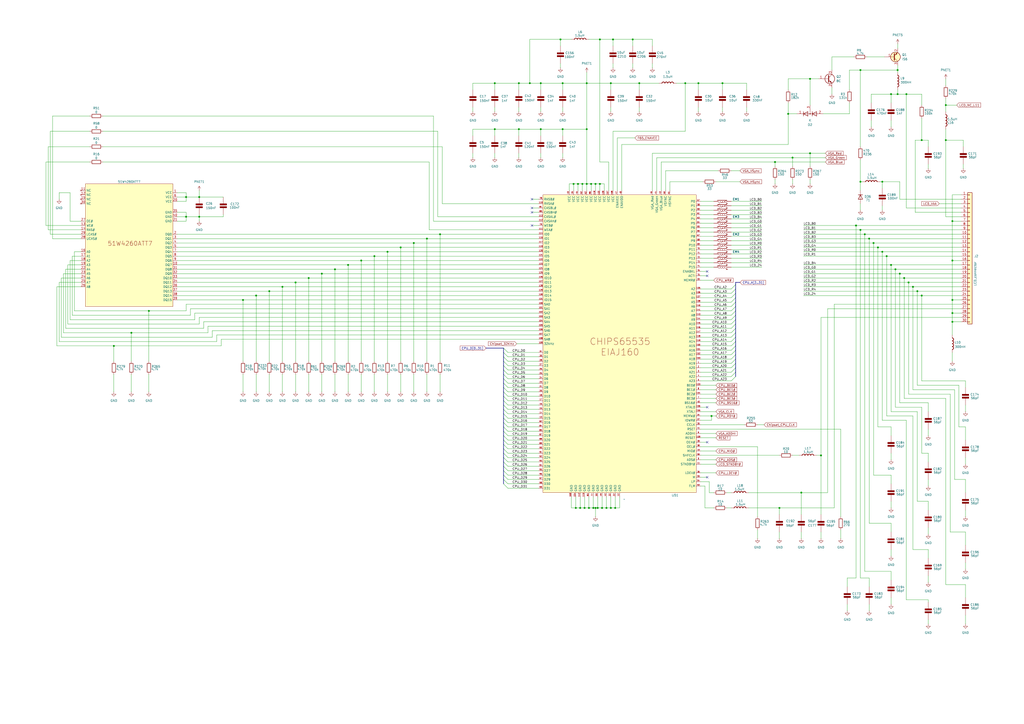
<source format=kicad_sch>
(kicad_sch (version 20250114) (generator "eeschema") (generator_version "9.0")
  (paper "A2")
  (title_block (title "PC110") (company "Recreated by: Ahmad Byagowi"))
  (junction (at 499.11 40.64))
  (junction (at 534.67 81.28))
  (junction (at 520.7 40.64))
  (junction (at 86.36 180.34))
  (junction (at 452.12 294.64))
  (junction (at 552.45 128.27))
  (junction (at 449.58 93.98))
  (junction (at 459.74 91.44))
  (junction (at 156.21 168.91))
  (junction (at 464.82 285.75))
  (junction (at 247.65 138.43))
  (junction (at 107.95 114.3))
  (junction (at 300.99 74.93))
  (junction (at 351.79 294.64))
  (junction (at 347.98 22.86))
  (junction (at 501.65 135.89))
  (junction (at 217.17 148.59))
  (junction (at 340.36 106.68))
  (junction (at 405.13 48.26))
  (junction (at 340.36 48.26))
  (junction (at 469.9 45.72))
  (junction (at 534.67 171.45))
  (junction (at 341.63 294.64))
  (junction (at 514.35 148.59))
  (junction (at 355.6 22.86))
  (junction (at 509.27 143.51))
  (junction (at 342.9 106.68))
  (junction (at 326.39 74.93))
  (junction (at 347.98 106.68))
  (junction (at 548.64 81.28))
  (junction (at 232.41 143.51))
  (junction (at 287.02 48.26))
  (junction (at 499.11 133.35))
  (junction (at 354.33 48.26))
  (junction (at 171.45 163.83))
  (junction (at 370.84 48.26))
  (junction (at 354.33 294.64))
  (junction (at 194.31 156.21))
  (junction (at 307.34 48.26))
  (junction (at 496.57 130.81))
  (junction (at 186.69 158.75))
  (junction (at 516.89 153.67))
  (junction (at 469.9 88.9))
  (junction (at 548.64 60.96))
  (junction (at 335.28 106.68))
  (junction (at 115.57 114.3))
  (junction (at 345.44 106.68))
  (junction (at 163.83 166.37))
  (junction (at 340.36 74.93))
  (junction (at 313.69 48.26))
  (junction (at 511.81 105.41))
  (junction (at 476.25 264.16))
  (junction (at 325.12 22.86))
  (junction (at 240.03 140.97))
  (junction (at 336.55 294.64))
  (junction (at 334.01 294.64))
  (junction (at 506.73 140.97))
  (junction (at 519.43 156.21))
  (junction (at 367.03 22.86))
  (junction (at 337.82 106.68))
  (junction (at 412.75 241.3))
  (junction (at 529.59 166.37))
  (junction (at 552.45 186.69))
  (junction (at 300.99 48.26))
  (junction (at 499.11 105.41))
  (junction (at 76.2 193.04))
  (junction (at 179.07 161.29))
  (junction (at 140.97 173.99))
  (junction (at 520.7 54.61))
  (junction (at 397.51 48.26))
  (junction (at 525.78 54.61))
  (junction (at 339.09 294.64))
  (junction (at 287.02 74.93))
  (junction (at 356.87 294.64))
  (junction (at 107.95 125.73))
  (junction (at 346.71 294.64))
  (junction (at 255.27 135.89))
  (junction (at 516.89 54.61))
  (junction (at 504.19 138.43))
  (junction (at 419.1 48.26))
  (junction (at 532.13 168.91))
  (junction (at 344.17 294.64))
  (junction (at 313.69 74.93))
  (junction (at 115.57 125.73))
  (junction (at 552.45 181.61))
  (junction (at 66.04 200.66))
  (junction (at 457.2 66.04))
  (junction (at 349.25 294.64))
  (junction (at 224.79 146.05))
  (junction (at 148.59 171.45))
  (junction (at 524.51 161.29))
  (junction (at 326.39 48.26))
  (junction (at 552.45 151.13))
  (junction (at 201.93 153.67))
  (junction (at 552.45 173.99))
  (junction (at 521.97 158.75))
  (junction (at 209.55 151.13))
  (junction (at 345.44 294.64))
  (junction (at 527.05 163.83))
  (junction (at 332.74 106.68))
  (junction (at 511.81 146.05))
  (no_connect (at 410.21 160.02))
  (no_connect (at 308.61 120.65))
  (no_connect (at 410.21 256.54))
  (no_connect (at 308.61 123.19))
  (no_connect (at 410.21 236.22))
  (no_connect (at 410.21 157.48))
  (no_connect (at 410.21 276.86))
  (no_connect (at 308.61 115.57))
  (no_connect (at 308.61 130.81))
  (bus_entry (at 292.1 232.41) (size 2.54 2.54))
  (bus_entry (at 426.72 205.74) (size -2.54 2.54))
  (bus_entry (at 426.72 167.64) (size -2.54 2.54))
  (bus_entry (at 292.1 237.49) (size 2.54 2.54))
  (bus_entry (at 292.1 255.27) (size 2.54 2.54))
  (bus_entry (at 292.1 217.17) (size 2.54 2.54))
  (bus_entry (at 292.1 214.63) (size 2.54 2.54))
  (bus_entry (at 426.72 187.96) (size -2.54 2.54))
  (bus_entry (at 426.72 195.58) (size -2.54 2.54))
  (bus_entry (at 292.1 212.09) (size 2.54 2.54))
  (bus_entry (at 292.1 250.19) (size 2.54 2.54))
  (bus_entry (at 292.1 204.47) (size 2.54 2.54))
  (bus_entry (at 426.72 203.2) (size -2.54 2.54))
  (bus_entry (at 292.1 245.11) (size 2.54 2.54))
  (bus_entry (at 292.1 219.71) (size 2.54 2.54))
  (bus_entry (at 426.72 180.34) (size -2.54 2.54))
  (bus_entry (at 426.72 185.42) (size -2.54 2.54))
  (bus_entry (at 292.1 252.73) (size 2.54 2.54))
  (bus_entry (at 426.72 210.82) (size -2.54 2.54))
  (bus_entry (at 292.1 260.35) (size 2.54 2.54))
  (bus_entry (at 426.72 170.18) (size -2.54 2.54))
  (bus_entry (at 426.72 215.9) (size -2.54 2.54))
  (bus_entry (at 292.1 280.67) (size 2.54 2.54))
  (bus_entry (at 292.1 273.05) (size 2.54 2.54))
  (bus_entry (at 292.1 262.89) (size 2.54 2.54))
  (bus_entry (at 292.1 207.01) (size 2.54 2.54))
  (bus_entry (at 426.72 208.28) (size -2.54 2.54))
  (bus_entry (at 426.72 193.04) (size -2.54 2.54))
  (bus_entry (at 292.1 247.65) (size 2.54 2.54))
  (bus_entry (at 292.1 275.59) (size 2.54 2.54))
  (bus_entry (at 426.72 198.12) (size -2.54 2.54))
  (bus_entry (at 292.1 222.25) (size 2.54 2.54))
  (bus_entry (at 426.72 190.5) (size -2.54 2.54))
  (bus_entry (at 426.72 175.26) (size -2.54 2.54))
  (bus_entry (at 292.1 224.79) (size 2.54 2.54))
  (bus_entry (at 292.1 234.95) (size 2.54 2.54))
  (bus_entry (at 292.1 201.93) (size 2.54 2.54))
  (bus_entry (at 426.72 172.72) (size -2.54 2.54))
  (bus_entry (at 292.1 242.57) (size 2.54 2.54))
  (bus_entry (at 426.72 182.88) (size -2.54 2.54))
  (bus_entry (at 292.1 267.97) (size 2.54 2.54))
  (bus_entry (at 426.72 213.36) (size -2.54 2.54))
  (bus_entry (at 426.72 218.44) (size -2.54 2.54))
  (bus_entry (at 292.1 270.51) (size 2.54 2.54))
  (bus_entry (at 292.1 209.55) (size 2.54 2.54))
  (bus_entry (at 426.72 165.1) (size -2.54 2.54))
  (bus_entry (at 292.1 227.33) (size 2.54 2.54))
  (bus_entry (at 292.1 278.13) (size 2.54 2.54))
  (bus_entry (at 426.72 200.66) (size -2.54 2.54))
  (bus_entry (at 426.72 177.8) (size -2.54 2.54))
  (bus_entry (at 292.1 265.43) (size 2.54 2.54))
  (bus_entry (at 292.1 257.81) (size 2.54 2.54))
  (bus_entry (at 292.1 240.03) (size 2.54 2.54))
  (bus_entry (at 292.1 229.87) (size 2.54 2.54))
  (wire (pts (xy 466.09 130.81) (xy 496.57 130.81)))
  (wire (pts (xy 351.79 288.29) (xy 351.79 294.64)))
  (wire (pts (xy 521.97 115.57) (xy 521.97 105.41)))
  (wire (pts (xy 525.78 54.61) (xy 525.78 120.65)))
  (wire (pts (xy 140.97 173.99) (xy 312.42 173.99)))
  (wire (pts (xy 337.82 106.68) (xy 340.36 106.68)))
  (wire (pts (xy 424.18 198.12) (xy 406.4 198.12)))
  (wire (pts (xy 300.99 52.07) (xy 300.99 48.26)))
  (wire (pts (xy 345.44 106.68) (xy 345.44 110.49)))
  (wire (pts (xy 251.46 128.27) (xy 312.42 128.27)))
  (wire (pts (xy 294.64 229.87) (xy 312.42 229.87)))
  (bus (pts (xy 292.1 204.47) (xy 292.1 201.93)))
  (wire (pts (xy 551.18 308.61) (xy 551.18 228.6)))
  (wire (pts (xy 521.97 115.57) (xy 557.53 115.57)))
  (wire (pts (xy 406.4 266.7) (xy 415.29 266.7)))
  (bus (pts (xy 292.1 252.73) (xy 292.1 250.19)))
  (bus (pts (xy 426.72 177.8) (xy 426.72 175.26)))
  (wire (pts (xy 326.39 48.26) (xy 340.36 48.26)))
  (wire (pts (xy 560.07 299.72) (xy 560.07 295.91)))
  (wire (pts (xy 201.93 153.67) (xy 201.93 209.55)))
  (wire (pts (xy 463.55 264.16) (xy 459.74 264.16)))
  (wire (pts (xy 538.48 262.89) (xy 534.67 262.89)))
  (wire (pts (xy 39.37 187.96) (xy 115.57 187.96)))
  (wire (pts (xy 482.6 33.02) (xy 482.6 40.64)))
  (wire (pts (xy 516.89 346.71) (xy 516.89 350.52)))
  (wire (pts (xy 129.54 125.73) (xy 115.57 125.73)))
  (wire (pts (xy 102.87 156.21) (xy 194.31 156.21)))
  (wire (pts (xy 43.18 180.34) (xy 43.18 146.05)))
  (wire (pts (xy 424.18 137.16) (xy 441.96 137.16)))
  (wire (pts (xy 179.07 161.29) (xy 179.07 209.55)))
  (wire (pts (xy 552.45 209.55) (xy 552.45 204.47)))
  (wire (pts (xy 287.02 64.77) (xy 287.02 62.23)))
  (wire (pts (xy 406.4 251.46) (xy 415.29 251.46)))
  (wire (pts (xy 294.64 240.03) (xy 312.42 240.03)))
  (wire (pts (xy 516.89 69.85) (xy 516.89 73.66)))
  (wire (pts (xy 466.09 166.37) (xy 529.59 166.37)))
  (bus (pts (xy 426.72 215.9) (xy 426.72 218.44)))
  (wire (pts (xy 287.02 52.07) (xy 287.02 48.26)))
  (bus (pts (xy 292.1 227.33) (xy 292.1 224.79)))
  (wire (pts (xy 414.02 144.78) (xy 406.4 144.78)))
  (wire (pts (xy 351.79 294.64) (xy 349.25 294.64)))
  (wire (pts (xy 370.84 48.26) (xy 354.33 48.26)))
  (wire (pts (xy 30.48 67.31) (xy 30.48 138.43)))
  (wire (pts (xy 449.58 106.68) (xy 449.58 104.14)))
  (wire (pts (xy 524.51 231.14) (xy 524.51 161.29)))
  (bus (pts (xy 426.72 180.34) (xy 426.72 177.8)))
  (wire (pts (xy 534.67 171.45) (xy 557.53 171.45)))
  (wire (pts (xy 148.59 217.17) (xy 148.59 227.33)))
  (wire (pts (xy 496.57 130.81) (xy 496.57 335.28)))
  (wire (pts (xy 538.48 233.68) (xy 521.97 233.68)))
  (wire (pts (xy 274.32 64.77) (xy 274.32 62.23)))
  (wire (pts (xy 414.02 121.92) (xy 406.4 121.92)))
  (wire (pts (xy 294.64 245.11) (xy 312.42 245.11)))
  (wire (pts (xy 41.91 182.88) (xy 110.49 182.88)))
  (wire (pts (xy 511.81 105.41) (xy 521.97 105.41)))
  (wire (pts (xy 483.87 294.64) (xy 452.12 294.64)))
  (wire (pts (xy 520.7 25.4) (xy 520.7 27.94)))
  (wire (pts (xy 499.11 133.35) (xy 499.11 335.28)))
  (wire (pts (xy 516.89 247.65) (xy 516.89 252.73)))
  (wire (pts (xy 424.18 124.46) (xy 441.96 124.46)))
  (wire (pts (xy 439.42 246.38) (xy 443.23 246.38)))
  (wire (pts (xy 466.09 171.45) (xy 534.67 171.45)))
  (bus (pts (xy 292.1 262.89) (xy 292.1 260.35)))
  (wire (pts (xy 347.98 22.86) (xy 347.98 93.98)))
  (wire (pts (xy 424.18 139.7) (xy 441.96 139.7)))
  (wire (pts (xy 560.07 224.79) (xy 560.07 220.98)))
  (wire (pts (xy 367.03 39.37) (xy 367.03 36.83)))
  (wire (pts (xy 355.6 76.2) (xy 397.51 76.2)))
  (wire (pts (xy 556.26 247.65) (xy 556.26 223.52)))
  (wire (pts (xy 501.65 135.89) (xy 501.65 331.47)))
  (wire (pts (xy 492.76 59.69) (xy 492.76 66.04)))
  (wire (pts (xy 476.25 184.15) (xy 476.25 264.16)))
  (wire (pts (xy 102.87 166.37) (xy 163.83 166.37)))
  (wire (pts (xy 107.95 125.73) (xy 107.95 128.27)))
  (bus (pts (xy 292.1 222.25) (xy 292.1 219.71)))
  (wire (pts (xy 560.07 339.09) (xy 560.07 346.71)))
  (wire (pts (xy 340.36 41.91) (xy 340.36 48.26)))
  (wire (pts (xy 424.18 129.54) (xy 441.96 129.54)))
  (bus (pts (xy 281.94 201.93) (xy 292.1 201.93)))
  (wire (pts (xy 491.49 350.52) (xy 491.49 354.33)))
  (wire (pts (xy 557.53 113.03) (xy 552.45 113.03)))
  (wire (pts (xy 516.89 303.53) (xy 516.89 308.61)))
  (wire (pts (xy 557.53 151.13) (xy 552.45 151.13)))
  (wire (pts (xy 548.64 60.96) (xy 548.64 64.77)))
  (wire (pts (xy 482.6 50.8) (xy 482.6 54.61)))
  (wire (pts (xy 332.74 106.68) (xy 330.2 106.68)))
  (wire (pts (xy 33.02 200.66) (xy 66.04 200.66)))
  (wire (pts (xy 424.18 142.24) (xy 441.96 142.24)))
  (wire (pts (xy 560.07 247.65) (xy 560.07 255.27)))
  (wire (pts (xy 40.64 185.42) (xy 40.64 151.13)))
  (wire (pts (xy 194.31 156.21) (xy 312.42 156.21)))
  (wire (pts (xy 294.64 267.97) (xy 312.42 267.97)))
  (wire (pts (xy 148.59 171.45) (xy 312.42 171.45)))
  (bus (pts (xy 292.1 247.65) (xy 292.1 245.11)))
  (wire (pts (xy 424.18 132.08) (xy 441.96 132.08)))
  (wire (pts (xy 415.29 105.41) (xy 429.26 105.41)))
  (wire (pts (xy 556.26 223.52) (xy 532.13 223.52)))
  (wire (pts (xy 340.36 110.49) (xy 340.36 106.68)))
  (wire (pts (xy 483.87 176.53) (xy 483.87 294.64)))
  (wire (pts (xy 529.59 241.3) (xy 514.35 241.3)))
  (wire (pts (xy 516.89 275.59) (xy 506.73 275.59)))
  (wire (pts (xy 156.21 168.91) (xy 312.42 168.91)))
  (wire (pts (xy 115.57 187.96) (xy 115.57 184.15)))
  (wire (pts (xy 240.03 217.17) (xy 240.03 227.33)))
  (wire (pts (xy 414.02 154.94) (xy 406.4 154.94)))
  (wire (pts (xy 346.71 294.64) (xy 345.44 294.64)))
  (wire (pts (xy 414.02 127) (xy 406.4 127)))
  (wire (pts (xy 557.53 176.53) (xy 483.87 176.53)))
  (wire (pts (xy 469.9 88.9) (xy 469.9 96.52)))
  (wire (pts (xy 331.47 294.64) (xy 331.47 288.29)))
  (wire (pts (xy 345.44 294.64) (xy 345.44 299.72)))
  (wire (pts (xy 43.18 146.05) (xy 46.99 146.05)))
  (wire (pts (xy 156.21 168.91) (xy 156.21 209.55)))
  (wire (pts (xy 367.03 22.86) (xy 378.46 22.86)))
  (wire (pts (xy 534.67 236.22) (xy 519.43 236.22)))
  (bus (pts (xy 426.72 210.82) (xy 426.72 208.28)))
  (wire (pts (xy 414.02 139.7) (xy 406.4 139.7)))
  (wire (pts (xy 414.02 129.54) (xy 406.4 129.54)))
  (wire (pts (xy 414.02 142.24) (xy 406.4 142.24)))
  (wire (pts (xy 120.65 193.04) (xy 120.65 189.23)))
  (wire (pts (xy 424.18 218.44) (xy 406.4 218.44)))
  (wire (pts (xy 487.68 248.92) (xy 487.68 299.72)))
  (wire (pts (xy 354.33 294.64) (xy 351.79 294.64)))
  (wire (pts (xy 346.71 288.29) (xy 346.71 294.64)))
  (wire (pts (xy 254 76.2) (xy 254 125.73)))
  (wire (pts (xy 424.18 285.75) (xy 421.64 285.75)))
  (bus (pts (xy 292.1 245.11) (xy 292.1 242.57)))
  (wire (pts (xy 255.27 217.17) (xy 255.27 227.33)))
  (wire (pts (xy 406.4 279.4) (xy 411.48 279.4)))
  (wire (pts (xy 59.69 85.09) (xy 256.54 85.09)))
  (wire (pts (xy 424.18 215.9) (xy 406.4 215.9)))
  (wire (pts (xy 294.64 257.81) (xy 312.42 257.81)))
  (wire (pts (xy 469.9 60.96) (xy 469.9 45.72)))
  (wire (pts (xy 405.13 64.77) (xy 405.13 62.23)))
  (wire (pts (xy 128.27 196.85) (xy 312.42 196.85)))
  (wire (pts (xy 424.18 187.96) (xy 406.4 187.96)))
  (wire (pts (xy 334.01 288.29) (xy 334.01 294.64)))
  (wire (pts (xy 194.31 156.21) (xy 194.31 209.55)))
  (wire (pts (xy 419.1 52.07) (xy 419.1 48.26)))
  (wire (pts (xy 86.36 217.17) (xy 86.36 227.33)))
  (wire (pts (xy 516.89 54.61) (xy 520.7 54.61)))
  (wire (pts (xy 383.54 93.98) (xy 449.58 93.98)))
  (wire (pts (xy 355.6 22.86) (xy 355.6 26.67)))
  (wire (pts (xy 107.95 123.19) (xy 107.95 125.73)))
  (wire (pts (xy 557.53 120.65) (xy 525.78 120.65)))
  (wire (pts (xy 313.69 91.44) (xy 313.69 88.9)))
  (wire (pts (xy 511.81 146.05) (xy 557.53 146.05)))
  (wire (pts (xy 381 91.44) (xy 381 110.49)))
  (wire (pts (xy 449.58 93.98) (xy 478.79 93.98)))
  (wire (pts (xy 506.73 140.97) (xy 557.53 140.97)))
  (wire (pts (xy 76.2 193.04) (xy 120.65 193.04)))
  (wire (pts (xy 217.17 148.59) (xy 217.17 209.55)))
  (wire (pts (xy 294.64 224.79) (xy 312.42 224.79)))
  (wire (pts (xy 66.04 200.66) (xy 128.27 200.66)))
  (wire (pts (xy 557.53 179.07) (xy 480.06 179.07)))
  (wire (pts (xy 30.48 138.43) (xy 46.99 138.43)))
  (wire (pts (xy 120.65 189.23) (xy 312.42 189.23)))
  (wire (pts (xy 52.07 76.2) (xy 29.21 76.2)))
  (wire (pts (xy 26.67 93.98) (xy 52.07 93.98)))
  (wire (pts (xy 406.4 243.84) (xy 412.75 243.84)))
  (bus (pts (xy 292.1 250.19) (xy 292.1 247.65)))
  (wire (pts (xy 520.7 52.07) (xy 520.7 54.61)))
  (wire (pts (xy 274.32 74.93) (xy 287.02 74.93)))
  (wire (pts (xy 499.11 40.64) (xy 499.11 85.09)))
  (wire (pts (xy 294.64 270.51) (xy 312.42 270.51)))
  (wire (pts (xy 538.48 318.77) (xy 538.48 323.85)))
  (wire (pts (xy 224.79 146.05) (xy 312.42 146.05)))
  (wire (pts (xy 406.4 223.52) (xy 415.29 223.52)))
  (wire (pts (xy 560.07 220.98) (xy 534.67 220.98)))
  (wire (pts (xy 406.4 261.62) (xy 415.29 261.62)))
  (wire (pts (xy 341.63 22.86) (xy 347.98 22.86)))
  (wire (pts (xy 102.87 163.83) (xy 171.45 163.83)))
  (wire (pts (xy 40.64 151.13) (xy 46.99 151.13)))
  (wire (pts (xy 255.27 135.89) (xy 255.27 209.55)))
  (wire (pts (xy 464.82 308.61) (xy 464.82 312.42)))
  (wire (pts (xy 434.34 294.64) (xy 452.12 294.64)))
  (wire (pts (xy 406.4 233.68) (xy 415.29 233.68)))
  (wire (pts (xy 123.19 191.77) (xy 123.19 195.58)))
  (wire (pts (xy 424.18 193.04) (xy 406.4 193.04)))
  (wire (pts (xy 102.87 138.43) (xy 247.65 138.43)))
  (wire (pts (xy 499.11 105.41) (xy 499.11 110.49)))
  (bus (pts (xy 292.1 275.59) (xy 292.1 273.05)))
  (wire (pts (xy 33.02 200.66) (xy 33.02 166.37)))
  (wire (pts (xy 414.02 147.32) (xy 406.4 147.32)))
  (wire (pts (xy 406.4 228.6) (xy 415.29 228.6)))
  (wire (pts (xy 217.17 217.17) (xy 217.17 227.33)))
  (wire (pts (xy 115.57 114.3) (xy 129.54 114.3)))
  (bus (pts (xy 426.72 203.2) (xy 426.72 200.66)))
  (wire (pts (xy 419.1 48.26) (xy 405.13 48.26)))
  (wire (pts (xy 107.95 116.84) (xy 107.95 114.3)))
  (wire (pts (xy 163.83 166.37) (xy 163.83 209.55)))
  (wire (pts (xy 294.64 217.17) (xy 312.42 217.17)))
  (wire (pts (xy 386.08 99.06) (xy 416.56 99.06)))
  (wire (pts (xy 367.03 22.86) (xy 367.03 26.67)))
  (wire (pts (xy 300.99 74.93) (xy 300.99 78.74)))
  (wire (pts (xy 552.45 151.13) (xy 552.45 128.27)))
  (wire (pts (xy 325.12 26.67) (xy 325.12 22.86)))
  (bus (pts (xy 292.1 212.09) (xy 292.1 209.55)))
  (wire (pts (xy 504.19 138.43) (xy 557.53 138.43)))
  (wire (pts (xy 294.64 275.59) (xy 312.42 275.59)))
  (bus (pts (xy 426.72 167.64) (xy 426.72 165.1)))
  (wire (pts (xy 511.81 121.92) (xy 511.81 119.38)))
  (wire (pts (xy 552.45 186.69) (xy 552.45 181.61)))
  (wire (pts (xy 27.94 133.35) (xy 46.99 133.35)))
  (wire (pts (xy 209.55 217.17) (xy 209.55 227.33)))
  (wire (pts (xy 424.18 200.66) (xy 406.4 200.66)))
  (wire (pts (xy 538.48 318.77) (xy 529.59 318.77)))
  (wire (pts (xy 433.07 52.07) (xy 433.07 48.26)))
  (wire (pts (xy 128.27 196.85) (xy 128.27 200.66)))
  (wire (pts (xy 406.4 256.54) (xy 410.21 256.54)))
  (wire (pts (xy 59.69 93.98) (xy 248.92 93.98)))
  (wire (pts (xy 335.28 106.68) (xy 335.28 110.49)))
  (wire (pts (xy 294.64 237.49) (xy 312.42 237.49)))
  (wire (pts (xy 345.44 106.68) (xy 347.98 106.68)))
  (wire (pts (xy 532.13 168.91) (xy 532.13 223.52)))
  (wire (pts (xy 514.35 148.59) (xy 514.35 241.3)))
  (wire (pts (xy 520.7 38.1) (xy 520.7 40.64)))
  (bus (pts (xy 292.1 278.13) (xy 292.1 275.59)))
  (wire (pts (xy 499.11 40.64) (xy 520.7 40.64)))
  (wire (pts (xy 307.34 22.86) (xy 325.12 22.86)))
  (wire (pts (xy 466.09 148.59) (xy 514.35 148.59)))
  (wire (pts (xy 341.63 294.64) (xy 339.09 294.64)))
  (wire (pts (xy 209.55 151.13) (xy 312.42 151.13)))
  (wire (pts (xy 129.54 124.46) (xy 129.54 125.73)))
  (wire (pts (xy 336.55 288.29) (xy 336.55 294.64)))
  (wire (pts (xy 459.74 91.44) (xy 459.74 96.52)))
  (wire (pts (xy 406.4 236.22) (xy 410.21 236.22)))
  (wire (pts (xy 476.25 298.45) (xy 476.25 264.16)))
  (wire (pts (xy 504.19 138.43) (xy 504.19 303.53)))
  (wire (pts (xy 406.4 269.24) (xy 415.29 269.24)))
  (wire (pts (xy 294.64 278.13) (xy 312.42 278.13)))
  (wire (pts (xy 414.02 149.86) (xy 406.4 149.86)))
  (wire (pts (xy 118.11 186.69) (xy 118.11 190.5)))
  (wire (pts (xy 294.64 247.65) (xy 312.42 247.65)))
  (bus (pts (xy 292.1 219.71) (xy 292.1 217.17)))
  (wire (pts (xy 255.27 135.89) (xy 312.42 135.89)))
  (wire (pts (xy 46.99 130.81) (xy 26.67 130.81)))
  (wire (pts (xy 115.57 125.73) (xy 107.95 125.73)))
  (wire (pts (xy 313.69 52.07) (xy 313.69 48.26)))
  (wire (pts (xy 332.74 106.68) (xy 332.74 110.49)))
  (wire (pts (xy 538.48 248.92) (xy 538.48 252.73)))
  (wire (pts (xy 274.32 78.74) (xy 274.32 74.93)))
  (wire (pts (xy 406.4 238.76) (xy 415.29 238.76)))
  (wire (pts (xy 359.41 294.64) (xy 356.87 294.64)))
  (wire (pts (xy 459.74 91.44) (xy 478.79 91.44)))
  (wire (pts (xy 113.03 185.42) (xy 40.64 185.42)))
  (wire (pts (xy 392.43 48.26) (xy 397.51 48.26)))
  (wire (pts (xy 529.59 226.06) (xy 529.59 166.37)))
  (wire (pts (xy 287.02 48.26) (xy 300.99 48.26)))
  (wire (pts (xy 480.06 179.07) (xy 480.06 285.75)))
  (wire (pts (xy 59.69 67.31) (xy 251.46 67.31)))
  (wire (pts (xy 424.18 185.42) (xy 406.4 185.42)))
  (wire (pts (xy 466.09 168.91) (xy 532.13 168.91)))
  (wire (pts (xy 553.72 226.06) (xy 529.59 226.06)))
  (wire (pts (xy 509.27 143.51) (xy 557.53 143.51)))
  (wire (pts (xy 406.4 264.16) (xy 452.12 264.16)))
  (wire (pts (xy 194.31 217.17) (xy 194.31 227.33)))
  (wire (pts (xy 313.69 48.26) (xy 326.39 48.26)))
  (wire (pts (xy 406.4 259.08) (xy 439.42 259.08)))
  (wire (pts (xy 505.46 69.85) (xy 505.46 73.66)))
  (bus (pts (xy 292.1 280.67) (xy 292.1 278.13)))
  (wire (pts (xy 551.18 228.6) (xy 527.05 228.6)))
  (wire (pts (xy 414.02 134.62) (xy 406.4 134.62)))
  (wire (pts (xy 560.07 247.65) (xy 556.26 247.65)))
  (wire (pts (xy 538.48 306.07) (xy 538.48 309.88)))
  (wire (pts (xy 294.64 262.89) (xy 312.42 262.89)))
  (wire (pts (xy 123.19 191.77) (xy 312.42 191.77)))
  (wire (pts (xy 560.07 308.61) (xy 560.07 316.23)))
  (wire (pts (xy 209.55 151.13) (xy 209.55 209.55)))
  (bus (pts (xy 292.1 234.95) (xy 292.1 232.41)))
  (wire (pts (xy 66.04 217.17) (xy 66.04 227.33)))
  (wire (pts (xy 38.1 156.21) (xy 46.99 156.21)))
  (wire (pts (xy 115.57 124.46) (xy 115.57 125.73)))
  (wire (pts (xy 381 91.44) (xy 459.74 91.44)))
  (wire (pts (xy 412.75 241.3) (xy 415.29 241.3)))
  (wire (pts (xy 294.64 212.09) (xy 312.42 212.09)))
  (wire (pts (xy 406.4 162.56) (xy 414.02 162.56)))
  (wire (pts (xy 530.86 81.28) (xy 530.86 123.19)))
  (wire (pts (xy 469.9 106.68) (xy 469.9 104.14)))
  (wire (pts (xy 40.64 128.27) (xy 40.64 111.76)))
  (wire (pts (xy 337.82 106.68) (xy 335.28 106.68)))
  (wire (pts (xy 406.4 248.92) (xy 487.68 248.92)))
  (wire (pts (xy 356.87 294.64) (xy 354.33 294.64)))
  (wire (pts (xy 86.36 180.34) (xy 107.95 180.34)))
  (wire (pts (xy 102.87 135.89) (xy 255.27 135.89)))
  (wire (pts (xy 370.84 52.07) (xy 370.84 48.26)))
  (wire (pts (xy 102.87 148.59) (xy 217.17 148.59)))
  (wire (pts (xy 408.94 281.94) (xy 408.94 294.64)))
  (wire (pts (xy 492.76 40.64) (xy 499.11 40.64)))
  (bus (pts (xy 426.72 213.36) (xy 426.72 210.82)))
  (wire (pts (xy 406.4 246.38) (xy 431.8 246.38)))
  (wire (pts (xy 406.4 160.02) (xy 410.21 160.02)))
  (wire (pts (xy 102.87 171.45) (xy 148.59 171.45)))
  (wire (pts (xy 424.18 210.82) (xy 406.4 210.82)))
  (bus (pts (xy 426.72 182.88) (xy 426.72 180.34)))
  (bus (pts (xy 426.72 208.28) (xy 426.72 205.74)))
  (wire (pts (xy 504.19 335.28) (xy 499.11 335.28)))
  (wire (pts (xy 424.18 213.36) (xy 406.4 213.36)))
  (wire (pts (xy 34.29 163.83) (xy 34.29 198.12)))
  (wire (pts (xy 538.48 290.83) (xy 532.13 290.83)))
  (wire (pts (xy 370.84 64.77) (xy 370.84 62.23)))
  (wire (pts (xy 107.95 114.3) (xy 115.57 114.3)))
  (wire (pts (xy 424.18 152.4) (xy 441.96 152.4)))
  (wire (pts (xy 163.83 166.37) (xy 312.42 166.37)))
  (wire (pts (xy 294.64 250.19) (xy 312.42 250.19)))
  (wire (pts (xy 406.4 157.48) (xy 410.21 157.48)))
  (wire (pts (xy 294.64 227.33) (xy 312.42 227.33)))
  (wire (pts (xy 59.69 76.2) (xy 254 76.2)))
  (wire (pts (xy 355.6 22.86) (xy 367.03 22.86)))
  (wire (pts (xy 179.07 217.17) (xy 179.07 227.33)))
  (wire (pts (xy 163.83 217.17) (xy 163.83 227.33)))
  (wire (pts (xy 344.17 294.64) (xy 341.63 294.64)))
  (wire (pts (xy 411.48 279.4) (xy 411.48 285.75)))
  (wire (pts (xy 433.07 48.26) (xy 419.1 48.26)))
  (wire (pts (xy 538.48 290.83) (xy 538.48 295.91)))
  (wire (pts (xy 358.14 110.49) (xy 358.14 80.01)))
  (wire (pts (xy 102.87 146.05) (xy 224.79 146.05)))
  (wire (pts (xy 102.87 125.73) (xy 107.95 125.73)))
  (wire (pts (xy 480.06 285.75) (xy 464.82 285.75)))
  (wire (pts (xy 115.57 128.27) (xy 115.57 125.73)))
  (bus (pts (xy 292.1 237.49) (xy 292.1 234.95)))
  (wire (pts (xy 347.98 106.68) (xy 350.52 106.68)))
  (wire (pts (xy 186.69 158.75) (xy 312.42 158.75)))
  (bus (pts (xy 426.72 163.83) (xy 426.72 165.1)))
  (bus (pts (xy 426.72 190.5) (xy 426.72 187.96)))
  (wire (pts (xy 46.99 158.75) (xy 36.83 158.75)))
  (wire (pts (xy 156.21 217.17) (xy 156.21 227.33)))
  (wire (pts (xy 232.41 143.51) (xy 312.42 143.51)))
  (bus (pts (xy 292.1 240.03) (xy 292.1 237.49)))
  (wire (pts (xy 102.87 158.75) (xy 186.69 158.75)))
  (wire (pts (xy 424.18 170.18) (xy 406.4 170.18)))
  (wire (pts (xy 424.18 172.72) (xy 406.4 172.72)))
  (wire (pts (xy 354.33 288.29) (xy 354.33 294.64)))
  (wire (pts (xy 29.21 76.2) (xy 29.21 135.89)))
  (wire (pts (xy 312.42 133.35) (xy 248.92 133.35)))
  (wire (pts (xy 406.4 226.06) (xy 415.29 226.06)))
  (wire (pts (xy 107.95 111.76) (xy 102.87 111.76)))
  (wire (pts (xy 339.09 294.64) (xy 336.55 294.64)))
  (wire (pts (xy 224.79 217.17) (xy 224.79 227.33)))
  (wire (pts (xy 511.81 105.41) (xy 511.81 109.22)))
  (wire (pts (xy 232.41 217.17) (xy 232.41 227.33)))
  (wire (pts (xy 125.73 198.12) (xy 125.73 194.31)))
  (wire (pts (xy 397.51 48.26) (xy 405.13 48.26)))
  (wire (pts (xy 46.99 153.67) (xy 39.37 153.67)))
  (wire (pts (xy 313.69 78.74) (xy 313.69 74.93)))
  (wire (pts (xy 414.02 132.08) (xy 406.4 132.08)))
  (wire (pts (xy 325.12 39.37) (xy 325.12 36.83)))
  (wire (pts (xy 519.43 156.21) (xy 557.53 156.21)))
  (wire (pts (xy 557.53 181.61) (xy 552.45 181.61)))
  (wire (pts (xy 339.09 288.29) (xy 339.09 294.64)))
  (wire (pts (xy 439.42 259.08) (xy 439.42 299.72)))
  (wire (pts (xy 335.28 106.68) (xy 332.74 106.68)))
  (bus (pts (xy 292.1 270.51) (xy 292.1 267.97)))
  (bus (pts (xy 292.1 214.63) (xy 292.1 212.09)))
  (wire (pts (xy 457.2 59.69) (xy 457.2 66.04)))
  (wire (pts (xy 519.43 156.21) (xy 519.43 236.22)))
  (wire (pts (xy 102.87 151.13) (xy 209.55 151.13)))
  (wire (pts (xy 294.64 232.41) (xy 312.42 232.41)))
  (wire (pts (xy 424.18 119.38) (xy 441.96 119.38)))
  (wire (pts (xy 530.86 123.19) (xy 557.53 123.19)))
  (wire (pts (xy 424.18 134.62) (xy 441.96 134.62)))
  (wire (pts (xy 487.68 307.34) (xy 487.68 312.42)))
  (wire (pts (xy 66.04 200.66) (xy 66.04 209.55)))
  (wire (pts (xy 520.7 54.61) (xy 525.78 54.61)))
  (wire (pts (xy 336.55 294.64) (xy 334.01 294.64)))
  (wire (pts (xy 307.34 22.86) (xy 307.34 48.26)))
  (wire (pts (xy 29.21 135.89) (xy 46.99 135.89)))
  (wire (pts (xy 457.2 66.04) (xy 462.28 66.04)))
  (wire (pts (xy 43.18 180.34) (xy 86.36 180.34)))
  (wire (pts (xy 424.18 147.32) (xy 441.96 147.32)))
  (wire (pts (xy 326.39 74.93) (xy 326.39 78.74)))
  (wire (pts (xy 424.18 144.78) (xy 441.96 144.78)))
  (wire (pts (xy 342.9 106.68) (xy 345.44 106.68)))
  (wire (pts (xy 113.03 181.61) (xy 113.03 185.42)))
  (wire (pts (xy 326.39 64.77) (xy 326.39 62.23)))
  (wire (pts (xy 466.09 156.21) (xy 519.43 156.21)))
  (wire (pts (xy 46.99 148.59) (xy 41.91 148.59)))
  (wire (pts (xy 300.99 48.26) (xy 307.34 48.26)))
  (wire (pts (xy 516.89 290.83) (xy 516.89 294.64)))
  (wire (pts (xy 496.57 130.81) (xy 557.53 130.81)))
  (wire (pts (xy 27.94 85.09) (xy 27.94 133.35)))
  (wire (pts (xy 171.45 163.83) (xy 312.42 163.83)))
  (wire (pts (xy 548.64 231.14) (xy 524.51 231.14)))
  (wire (pts (xy 538.48 349.25) (xy 538.48 347.98)))
  (wire (pts (xy 115.57 110.49) (xy 115.57 114.3)))
  (wire (pts (xy 110.49 182.88) (xy 110.49 179.07)))
  (wire (pts (xy 406.4 276.86) (xy 410.21 276.86)))
  (bus (pts (xy 426.72 185.42) (xy 426.72 182.88)))
  (wire (pts (xy 248.92 93.98) (xy 248.92 133.35)))
  (wire (pts (xy 499.11 118.11) (xy 499.11 121.92)))
  (wire (pts (xy 466.09 163.83) (xy 527.05 163.83)))
  (wire (pts (xy 313.69 64.77) (xy 313.69 62.23)))
  (wire (pts (xy 504.19 335.28) (xy 504.19 340.36)))
  (bus (pts (xy 426.72 170.18) (xy 426.72 167.64)))
  (wire (pts (xy 529.59 166.37) (xy 557.53 166.37)))
  (wire (pts (xy 340.36 48.26) (xy 340.36 74.93)))
  (wire (pts (xy 516.89 153.67) (xy 516.89 238.76)))
  (wire (pts (xy 558.8 81.28) (xy 548.64 81.28)))
  (bus (pts (xy 292.1 242.57) (xy 292.1 240.03)))
  (wire (pts (xy 476.25 312.42) (xy 476.25 308.61)))
  (wire (pts (xy 274.32 48.26) (xy 287.02 48.26)))
  (bus (pts (xy 292.1 229.87) (xy 292.1 227.33)))
  (wire (pts (xy 516.89 153.67) (xy 557.53 153.67)))
  (wire (pts (xy 35.56 195.58) (xy 35.56 161.29)))
  (wire (pts (xy 538.48 278.13) (xy 538.48 281.94)))
  (wire (pts (xy 102.87 143.51) (xy 232.41 143.51)))
  (wire (pts (xy 247.65 138.43) (xy 312.42 138.43)))
  (wire (pts (xy 548.64 57.15) (xy 548.64 60.96)))
  (bus (pts (xy 292.1 267.97) (xy 292.1 265.43)))
  (wire (pts (xy 516.89 318.77) (xy 516.89 322.58)))
  (wire (pts (xy 308.61 120.65) (xy 312.42 120.65)))
  (wire (pts (xy 424.18 220.98) (xy 406.4 220.98)))
  (wire (pts (xy 516.89 303.53) (xy 504.19 303.53)))
  (bus (pts (xy 426.72 200.66) (xy 426.72 198.12)))
  (wire (pts (xy 560.07 361.95) (xy 560.07 356.87)))
  (wire (pts (xy 34.29 111.76) (xy 34.29 115.57)))
  (wire (pts (xy 35.56 161.29) (xy 46.99 161.29)))
  (bus (pts (xy 426.72 193.04) (xy 426.72 190.5)))
  (wire (pts (xy 534.67 262.89) (xy 534.67 236.22)))
  (wire (pts (xy 548.64 60.96) (xy 554.99 60.96)))
  (wire (pts (xy 414.02 116.84) (xy 406.4 116.84)))
  (wire (pts (xy 294.64 219.71) (xy 312.42 219.71)))
  (wire (pts (xy 469.9 88.9) (xy 478.79 88.9)))
  (wire (pts (xy 548.64 81.28) (xy 548.64 125.73)))
  (bus (pts (xy 426.72 187.96) (xy 426.72 185.42)))
  (bus (pts (xy 292.1 217.17) (xy 292.1 214.63)))
  (wire (pts (xy 548.64 339.09) (xy 548.64 231.14)))
  (wire (pts (xy 46.99 163.83) (xy 34.29 163.83)))
  (bus (pts (xy 426.72 198.12) (xy 426.72 195.58)))
  (wire (pts (xy 34.29 198.12) (xy 125.73 198.12)))
  (wire (pts (xy 171.45 217.17) (xy 171.45 227.33)))
  (wire (pts (xy 300.99 91.44) (xy 300.99 88.9)))
  (wire (pts (xy 491.49 335.28) (xy 496.57 335.28)))
  (wire (pts (xy 334.01 294.64) (xy 331.47 294.64)))
  (wire (pts (xy 308.61 123.19) (xy 312.42 123.19)))
  (wire (pts (xy 107.95 128.27) (xy 102.87 128.27)))
  (bus (pts (xy 292.1 257.81) (xy 292.1 255.27)))
  (wire (pts (xy 502.92 33.02) (xy 513.08 33.02)))
  (wire (pts (xy 527.05 163.83) (xy 557.53 163.83)))
  (wire (pts (xy 294.64 214.63) (xy 312.42 214.63)))
  (wire (pts (xy 538.48 81.28) (xy 534.67 81.28)))
  (wire (pts (xy 294.64 209.55) (xy 312.42 209.55)))
  (wire (pts (xy 358.14 80.01) (xy 368.3 80.01)))
  (wire (pts (xy 39.37 153.67) (xy 39.37 187.96)))
  (wire (pts (xy 560.07 278.13) (xy 560.07 285.75)))
  (wire (pts (xy 552.45 128.27) (xy 557.53 128.27)))
  (wire (pts (xy 254 125.73) (xy 312.42 125.73)))
  (wire (pts (xy 347.98 106.68) (xy 347.98 110.49)))
  (wire (pts (xy 294.64 222.25) (xy 312.42 222.25)))
  (wire (pts (xy 552.45 181.61) (xy 552.45 173.99)))
  (wire (pts (xy 414.02 119.38) (xy 406.4 119.38)))
  (wire (pts (xy 406.4 281.94) (xy 408.94 281.94)))
  (wire (pts (xy 247.65 217.17) (xy 247.65 227.33)))
  (wire (pts (xy 424.18 180.34) (xy 406.4 180.34)))
  (wire (pts (xy 405.13 48.26) (xy 405.13 52.07)))
  (wire (pts (xy 294.64 242.57) (xy 312.42 242.57)))
  (wire (pts (xy 495.3 33.02) (xy 482.6 33.02)))
  (wire (pts (xy 424.18 149.86) (xy 441.96 149.86)))
  (wire (pts (xy 308.61 130.81) (xy 312.42 130.81)))
  (wire (pts (xy 501.65 135.89) (xy 557.53 135.89)))
  (wire (pts (xy 186.69 217.17) (xy 186.69 227.33)))
  (wire (pts (xy 102.87 168.91) (xy 156.21 168.91)))
  (wire (pts (xy 102.87 140.97) (xy 240.03 140.97)))
  (wire (pts (xy 552.45 173.99) (xy 552.45 151.13)))
  (wire (pts (xy 534.67 68.58) (xy 534.67 81.28)))
  (wire (pts (xy 553.72 278.13) (xy 553.72 226.06)))
  (wire (pts (xy 408.94 294.64) (xy 414.02 294.64)))
  (wire (pts (xy 378.46 39.37) (xy 378.46 36.83)))
  (wire (pts (xy 46.99 128.27) (xy 40.64 128.27)))
  (wire (pts (xy 349.25 294.64) (xy 346.71 294.64)))
  (wire (pts (xy 287.02 91.44) (xy 287.02 88.9)))
  (wire (pts (xy 378.46 22.86) (xy 378.46 26.67)))
  (wire (pts (xy 477.52 66.04) (xy 492.76 66.04)))
  (wire (pts (xy 342.9 106.68) (xy 342.9 110.49)))
  (wire (pts (xy 294.64 252.73) (xy 312.42 252.73)))
  (wire (pts (xy 532.13 168.91) (xy 557.53 168.91)))
  (wire (pts (xy 201.93 217.17) (xy 201.93 227.33)))
  (wire (pts (xy 529.59 318.77) (xy 529.59 241.3)))
  (wire (pts (xy 538.48 262.89) (xy 538.48 267.97)))
  (wire (pts (xy 510.54 105.41) (xy 511.81 105.41)))
  (bus (pts (xy 292.1 209.55) (xy 292.1 207.01)))
  (wire (pts (xy 560.07 330.2) (xy 560.07 326.39)))
  (wire (pts (xy 107.95 114.3) (xy 107.95 111.76)))
  (wire (pts (xy 449.58 93.98) (xy 449.58 96.52)))
  (wire (pts (xy 534.67 54.61) (xy 534.67 60.96)))
  (wire (pts (xy 548.64 45.72) (xy 548.64 49.53)))
  (wire (pts (xy 388.62 105.41) (xy 388.62 110.49)))
  (wire (pts (xy 140.97 217.17) (xy 140.97 227.33)))
  (wire (pts (xy 520.7 40.64) (xy 520.7 41.91)))
  (wire (pts (xy 521.97 158.75) (xy 521.97 233.68)))
  (wire (pts (xy 557.53 184.15) (xy 476.25 184.15)))
  (wire (pts (xy 406.4 254) (xy 415.29 254)))
  (wire (pts (xy 514.35 148.59) (xy 557.53 148.59)))
  (wire (pts (xy 378.46 88.9) (xy 378.46 110.49)))
  (wire (pts (xy 466.09 161.29) (xy 524.51 161.29)))
  (wire (pts (xy 256.54 118.11) (xy 256.54 85.09)))
  (wire (pts (xy 313.69 74.93) (xy 326.39 74.93)))
  (wire (pts (xy 36.83 158.75) (xy 36.83 193.04)))
  (wire (pts (xy 424.18 182.88) (xy 406.4 182.88)))
  (wire (pts (xy 499.11 92.71) (xy 499.11 105.41)))
  (bus (pts (xy 292.1 260.35) (xy 292.1 257.81)))
  (wire (pts (xy 560.07 278.13) (xy 553.72 278.13)))
  (wire (pts (xy 294.64 280.67) (xy 312.42 280.67)))
  (wire (pts (xy 113.03 181.61) (xy 312.42 181.61)))
  (wire (pts (xy 115.57 184.15) (xy 312.42 184.15)))
  (bus (pts (xy 426.72 172.72) (xy 426.72 170.18)))
  (wire (pts (xy 466.09 135.89) (xy 501.65 135.89)))
  (wire (pts (xy 457.2 45.72) (xy 469.9 45.72)))
  (wire (pts (xy 232.41 143.51) (xy 232.41 209.55)))
  (wire (pts (xy 274.32 91.44) (xy 274.32 88.9)))
  (wire (pts (xy 557.53 173.99) (xy 552.45 173.99)))
  (wire (pts (xy 538.48 361.95) (xy 538.48 359.41)))
  (wire (pts (xy 511.81 146.05) (xy 511.81 243.84)))
  (wire (pts (xy 326.39 48.26) (xy 326.39 52.07)))
  (wire (pts (xy 506.73 140.97) (xy 506.73 275.59)))
  (wire (pts (xy 308.61 115.57) (xy 312.42 115.57)))
  (wire (pts (xy 534.67 81.28) (xy 530.86 81.28)))
  (wire (pts (xy 107.95 176.53) (xy 312.42 176.53)))
  (bus (pts (xy 426.72 195.58) (xy 426.72 193.04)))
  (wire (pts (xy 186.69 158.75) (xy 186.69 209.55)))
  (wire (pts (xy 356.87 288.29) (xy 356.87 294.64)))
  (wire (pts (xy 552.45 194.31) (xy 552.45 186.69)))
  (wire (pts (xy 86.36 180.34) (xy 86.36 209.55)))
  (wire (pts (xy 355.6 39.37) (xy 355.6 36.83)))
  (wire (pts (xy 505.46 54.61) (xy 516.89 54.61)))
  (wire (pts (xy 524.51 161.29) (xy 557.53 161.29)))
  (bus (pts (xy 292.1 265.43) (xy 292.1 262.89)))
  (wire (pts (xy 525.78 347.98) (xy 525.78 243.84)))
  (wire (pts (xy 171.45 163.83) (xy 171.45 209.55)))
  (wire (pts (xy 414.02 137.16) (xy 406.4 137.16)))
  (wire (pts (xy 560.07 269.24) (xy 560.07 265.43)))
  (wire (pts (xy 383.54 93.98) (xy 383.54 110.49)))
  (wire (pts (xy 125.73 194.31) (xy 312.42 194.31)))
  (wire (pts (xy 102.87 116.84) (xy 107.95 116.84)))
  (wire (pts (xy 274.32 52.07) (xy 274.32 48.26)))
  (wire (pts (xy 464.82 298.45) (xy 464.82 285.75)))
  (wire (pts (xy 466.09 133.35) (xy 499.11 133.35)))
  (wire (pts (xy 355.6 110.49) (xy 355.6 76.2)))
  (wire (pts (xy 532.13 290.83) (xy 532.13 238.76)))
  (wire (pts (xy 294.64 204.47) (xy 312.42 204.47)))
  (wire (pts (xy 466.09 158.75) (xy 521.97 158.75)))
  (wire (pts (xy 350.52 110.49) (xy 350.52 106.68)))
  (wire (pts (xy 414.02 124.46) (xy 406.4 124.46)))
  (wire (pts (xy 534.67 220.98) (xy 534.67 171.45)))
  (wire (pts (xy 294.64 255.27) (xy 312.42 255.27)))
  (wire (pts (xy 300.99 64.77) (xy 300.99 62.23)))
  (bus (pts (xy 292.1 207.01) (xy 292.1 204.47)))
  (wire (pts (xy 353.06 93.98) (xy 353.06 110.49)))
  (wire (pts (xy 41.91 148.59) (xy 41.91 182.88)))
  (wire (pts (xy 36.83 193.04) (xy 76.2 193.04)))
  (wire (pts (xy 102.87 161.29) (xy 179.07 161.29)))
  (wire (pts (xy 544.83 118.11) (xy 557.53 118.11)))
  (wire (pts (xy 424.18 208.28) (xy 406.4 208.28)))
  (wire (pts (xy 516.89 331.47) (xy 501.65 331.47)))
  (wire (pts (xy 424.18 121.92) (xy 441.96 121.92)))
  (wire (pts (xy 52.07 67.31) (xy 30.48 67.31)))
  (wire (pts (xy 412.75 243.84) (xy 412.75 241.3)))
  (bus (pts (xy 292.1 273.05) (xy 292.1 270.51)))
  (wire (pts (xy 224.79 146.05) (xy 224.79 209.55)))
  (wire (pts (xy 439.42 312.42) (xy 439.42 307.34)))
  (wire (pts (xy 110.49 179.07) (xy 312.42 179.07)))
  (wire (pts (xy 538.48 347.98) (xy 525.78 347.98)))
  (wire (pts (xy 457.2 52.07) (xy 457.2 45.72)))
  (wire (pts (xy 466.09 143.51) (xy 509.27 143.51)))
  (wire (pts (xy 38.1 190.5) (xy 38.1 156.21)))
  (wire (pts (xy 406.4 241.3) (xy 412.75 241.3)))
  (wire (pts (xy 538.48 233.68) (xy 538.48 238.76)))
  (wire (pts (xy 148.59 171.45) (xy 148.59 209.55)))
  (wire (pts (xy 459.74 106.68) (xy 459.74 104.14)))
  (wire (pts (xy 217.17 148.59) (xy 312.42 148.59)))
  (wire (pts (xy 424.18 203.2) (xy 406.4 203.2)))
  (wire (pts (xy 240.03 140.97) (xy 240.03 209.55)))
  (wire (pts (xy 407.67 105.41) (xy 388.62 105.41)))
  (wire (pts (xy 294.64 273.05) (xy 312.42 273.05)))
  (wire (pts (xy 344.17 288.29) (xy 344.17 294.64)))
  (wire (pts (xy 294.64 207.01) (xy 312.42 207.01)))
  (wire (pts (xy 414.02 152.4) (xy 406.4 152.4)))
  (wire (pts (xy 123.19 195.58) (xy 35.56 195.58)))
  (wire (pts (xy 424.18 116.84) (xy 441.96 116.84)))
  (wire (pts (xy 525.78 54.61) (xy 534.67 54.61)))
  (wire (pts (xy 452.12 298.45) (xy 452.12 294.64)))
  (bus (pts (xy 292.1 232.41) (xy 292.1 229.87)))
  (wire (pts (xy 406.4 231.14) (xy 415.29 231.14)))
  (wire (pts (xy 354.33 48.26) (xy 340.36 48.26)))
  (wire (pts (xy 330.2 106.68) (xy 330.2 110.49)))
  (wire (pts (xy 466.09 138.43) (xy 504.19 138.43)))
  (wire (pts (xy 40.64 111.76) (xy 34.29 111.76)))
  (wire (pts (xy 118.11 190.5) (xy 38.1 190.5)))
  (wire (pts (xy 424.18 205.74) (xy 406.4 205.74)))
  (wire (pts (xy 251.46 67.31) (xy 251.46 128.27)))
  (wire (pts (xy 505.46 59.69) (xy 505.46 54.61)))
  (bus (pts (xy 426.72 175.26) (xy 426.72 172.72)))
  (wire (pts (xy 33.02 166.37) (xy 46.99 166.37)))
  (wire (pts (xy 491.49 335.28) (xy 491.49 340.36)))
  (wire (pts (xy 378.46 88.9) (xy 469.9 88.9)))
  (wire (pts (xy 548.64 74.93) (xy 548.64 81.28)))
  (wire (pts (xy 294.64 234.95) (xy 312.42 234.95)))
  (wire (pts (xy 452.12 308.61) (xy 452.12 312.42)))
  (wire (pts (xy 102.87 114.3) (xy 107.95 114.3)))
  (wire (pts (xy 386.08 110.49) (xy 386.08 99.06)))
  (wire (pts (xy 433.07 64.77) (xy 433.07 62.23)))
  (wire (pts (xy 325.12 22.86) (xy 331.47 22.86)))
  (wire (pts (xy 558.8 95.25) (xy 558.8 97.79)))
  (wire (pts (xy 516.89 331.47) (xy 516.89 336.55)))
  (wire (pts (xy 504.19 350.52) (xy 504.19 354.33)))
  (wire (pts (xy 360.68 83.82) (xy 457.2 83.82)))
  (wire (pts (xy 516.89 262.89) (xy 516.89 266.7)))
  (wire (pts (xy 118.11 186.69) (xy 312.42 186.69)))
  (wire (pts (xy 340.36 106.68) (xy 342.9 106.68)))
  (wire (pts (xy 516.89 247.65) (xy 509.27 247.65)))
  (wire (pts (xy 354.33 52.07) (xy 354.33 48.26)))
  (wire (pts (xy 382.27 48.26) (xy 370.84 48.26)))
  (wire (pts (xy 560.07 234.95) (xy 560.07 238.76)))
  (wire (pts (xy 411.48 285.75) (xy 414.02 285.75)))
  (wire (pts (xy 359.41 288.29) (xy 359.41 294.64)))
  (wire (pts (xy 247.65 138.43) (xy 247.65 209.55)))
  (wire (pts (xy 354.33 64.77) (xy 354.33 62.23)))
  (wire (pts (xy 341.63 288.29) (xy 341.63 294.64)))
  (wire (pts (xy 102.87 173.99) (xy 140.97 173.99)))
  (wire (pts (xy 538.48 85.09) (xy 538.48 81.28)))
  (wire (pts (xy 434.34 285.75) (xy 464.82 285.75)))
  (wire (pts (xy 76.2 217.17) (xy 76.2 227.33)))
  (wire (pts (xy 424.18 294.64) (xy 421.64 294.64)))
  (wire (pts (xy 424.18 190.5) (xy 406.4 190.5)))
  (wire (pts (xy 294.64 260.35) (xy 312.42 260.35)))
  (wire (pts (xy 424.18 175.26) (xy 406.4 175.26)))
  (wire (pts (xy 349.25 288.29) (xy 349.25 294.64)))
  (wire (pts (xy 469.9 45.72) (xy 474.98 45.72)))
  (wire (pts (xy 516.89 54.61) (xy 516.89 59.69)))
  (wire (pts (xy 287.02 74.93) (xy 300.99 74.93)))
  (wire (pts (xy 521.97 158.75) (xy 557.53 158.75)))
  (bus (pts (xy 292.1 224.79) (xy 292.1 222.25)))
  (wire (pts (xy 340.36 74.93) (xy 340.36 106.68)))
  (wire (pts (xy 107.95 176.53) (xy 107.95 180.34)))
  (wire (pts (xy 538.48 334.01) (xy 538.48 337.82)))
  (wire (pts (xy 300.99 74.93) (xy 313.69 74.93)))
  (wire (pts (xy 140.97 173.99) (xy 140.97 209.55)))
  (wire (pts (xy 294.64 265.43) (xy 312.42 265.43)))
  (wire (pts (xy 419.1 64.77) (xy 419.1 62.23)))
  (wire (pts (xy 360.68 110.49) (xy 360.68 83.82)))
  (wire (pts (xy 102.87 123.19) (xy 107.95 123.19)))
  (wire (pts (xy 466.09 140.97) (xy 506.73 140.97)))
  (wire (pts (xy 466.09 153.67) (xy 516.89 153.67)))
  (wire (pts (xy 532.13 238.76) (xy 516.89 238.76)))
  (wire (pts (xy 499.11 105.41) (xy 500.38 105.41)))
  (wire (pts (xy 527.05 228.6) (xy 527.05 163.83)))
  (wire (pts (xy 424.18 99.06) (xy 429.26 99.06)))
  (wire (pts (xy 457.2 66.04) (xy 457.2 83.82)))
  (wire (pts (xy 326.39 91.44) (xy 326.39 88.9)))
  (wire (pts (xy 548.64 125.73) (xy 557.53 125.73)))
  (wire (pts (xy 353.06 93.98) (xy 347.98 93.98)))
  (bus (pts (xy 426.72 205.74) (xy 426.72 203.2)))
  (wire (pts (xy 312.42 118.11) (xy 256.54 118.11)))
  (wire (pts (xy 26.67 130.81) (xy 26.67 93.98)))
  (wire (pts (xy 558.8 85.09) (xy 558.8 81.28)))
  (wire (pts (xy 294.64 283.21) (xy 312.42 283.21)))
  (wire (pts (xy 397.51 76.2) (xy 397.51 48.26)))
  (wire (pts (xy 347.98 22.86) (xy 355.6 22.86)))
  (wire (pts (xy 345.44 294.64) (xy 344.17 294.64)))
  (wire (pts (xy 424.18 177.8) (xy 406.4 177.8)))
  (wire (pts (xy 337.82 106.68) (xy 337.82 110.49)))
  (wire (pts (xy 102.87 153.67) (xy 201.93 153.67)))
  (wire (pts (xy 424.18 154.94) (xy 441.96 154.94)))
  (wire (pts (xy 201.93 153.67) (xy 312.42 153.67)))
  (wire (pts (xy 538.48 95.25) (xy 538.48 97.79)))
  (wire (pts (xy 424.18 195.58) (xy 406.4 195.58)))
  (wire (pts (xy 406.4 274.32) (xy 415.29 274.32)))
  (wire (pts (xy 466.09 146.05) (xy 511.81 146.05)))
  (wire (pts (xy 52.07 85.09) (xy 27.94 85.09)))
  (wire (pts (xy 560.07 339.09) (xy 548.64 339.09)))
  (wire (pts (xy 424.18 127) (xy 441.96 127)))
  (wire (pts (xy 287.02 78.74) (xy 287.02 74.93)))
  (wire (pts (xy 499.11 133.35) (xy 557.53 133.35)))
  (wire (pts (xy 76.2 193.04) (xy 76.2 209.55)))
  (wire (pts (xy 552.45 113.03) (xy 552.45 128.27)))
  (wire (pts (xy 509.27 143.51) (xy 509.27 247.65)))
  (wire (pts (xy 476.25 264.16) (xy 473.71 264.16)))
  (wire (pts (xy 557.53 186.69) (xy 552.45 186.69)))
  (wire (pts (xy 492.76 52.07) (xy 492.76 40.64)))
  (wire (pts (xy 560.07 308.61) (xy 551.18 308.61)))
  (wire (pts (xy 179.07 161.29) (xy 312.42 161.29)))
  (bus (pts (xy 429.26 163.83) (xy 426.72 163.83)))
  (wire (pts (xy 307.34 48.26) (xy 313.69 48.26)))
  (wire (pts (xy 299.72 199.39) (xy 312.42 199.39)))
  (bus (pts (xy 426.72 215.9) (xy 426.72 213.36)))
  (wire (pts (xy 340.36 74.93) (xy 326.39 74.93)))
  (wire (pts (xy 525.78 243.84) (xy 511.81 243.84)))
  (bus (pts (xy 292.1 255.27) (xy 292.1 252.73)))
  (wire (pts (xy 240.03 140.97) (xy 312.42 140.97)))
  (wire (pts (xy 424.18 167.64) (xy 406.4 167.64)))
  (wire (pts (xy 516.89 275.59) (xy 516.89 280.67)))
  (label "CPU_A16" (at 421.64 203.2 180))
  (label "LCD_B1" (at 466.09 133.35 0))
  (label "LCD_R0" (at 466.09 146.05 0))
  (label "LCD_R3" (at 441.96 149.86 180))
  (label "CPU_D21" (at 297.18 257.81 0))
  (label "CPU_D8" (at 297.18 224.79 0))
  (label "CPU_A20" (at 421.64 213.36 180))
  (label "CPU_D26" (at 297.18 270.51 0))
  (label "CPU_D0" (at 297.18 204.47 0))
  (label "CPU_A13" (at 421.64 195.58 180))
  (label "LCD_B4" (at 466.09 153.67 0))
  (label "CPU_D30" (at 297.18 280.67 0))
  (label "LCD_G0" (at 441.96 129.54 180))
  (label "LCD_R1" (at 441.96 144.78 180))
  (label "LCD_24" (at 466.09 171.45 0))
  (label "LCD_G1" (at 466.09 158.75 0))
  (label "CPU_D3" (at 297.18 212.09 0))
  (label "CPU_D12" (at 297.18 234.95 0))
  (label "CPU_A14" (at 421.64 198.12 180))
  (label "CPU_D4" (at 297.18 214.63 0))
  (label "CPU_D28" (at 297.18 275.59 0))
  (label "LCD_B2" (at 466.09 135.89 0))
  (label "CPU_D1" (at 297.18 207.01 0))
  (label "CPU_D15" (at 297.18 242.57 0))
  (label "LCD_G3" (at 441.96 137.16 180))
  (label "CPU_D27" (at 297.18 273.05 0))
  (label "CPU_D23" (at 297.18 262.89 0))
  (label "LCD_B1" (at 441.96 119.38 180))
  (label "CPU_D2" (at 297.18 209.55 0))
  (label "CPU_D13" (at 297.18 237.49 0))
  (label "CPU_A15" (at 421.64 200.66 180))
  (label "CPU_D18" (at 297.18 250.19 0))
  (label "LCD_G0" (at 466.09 156.21 0))
  (label "CPU_D7" (at 297.18 222.25 0))
  (label "LCD_G4" (at 441.96 139.7 180))
  (label "LCD_G4" (at 466.09 143.51 0))
  (label "LCD_R4" (at 466.09 168.91 0))
  (label "LCD_B3" (at 441.96 124.46 180))
  (label "LCD_R0" (at 441.96 142.24 180))
  (label "CPU_A6" (at 421.64 177.8 180))
  (label "LCD_G3" (at 466.09 140.97 0))
  (label "LCD_G1" (at 441.96 132.08 180))
  (label "CPU_A11" (at 421.64 190.5 180))
  (label "LCD_R2" (at 466.09 163.83 0))
  (label "CPU_A7" (at 421.64 180.34 180))
  (label "CPU_D14" (at 297.18 240.03 0))
  (label "CPU_D6" (at 297.18 219.71 0))
  (label "CPU_A12" (at 421.64 193.04 180))
  (label "CPU_D5" (at 297.18 217.17 0))
  (label "CPU_A18" (at 421.64 208.28 180))
  (label "CPU_D16" (at 297.18 245.11 0))
  (label "LCD_G2" (at 466.09 161.29 0))
  (label "CPU_A4" (at 421.64 172.72 180))
  (label "LCD_B4" (at 441.96 127 180))
  (label "CPU_A23" (at 421.64 220.98 180))
  (label "CPU_D24" (at 297.18 265.43 0))
  (label "CPU_D22" (at 297.18 260.35 0))
  (label "CPU_A17" (at 421.64 205.74 180))
  (label "CPU_A10" (at 421.64 187.96 180))
  (label "CPU_D17" (at 297.18 247.65 0))
  (label "CPU_D9" (at 297.18 227.33 0))
  (label "CPU_D25" (at 297.18 267.97 0))
  (label "CPU_D29" (at 297.18 278.13 0))
  (label "CPU_A19" (at 421.64 210.82 180))
  (label "CPU_D10" (at 297.18 229.87 0))
  (label "CPU_A8" (at 421.64 182.88 180))
  (label "CPU_D19" (at 297.18 252.73 0))
  (label "LCD_R2" (at 441.96 147.32 180))
  (label "CPU_A3" (at 421.64 170.18 180))
  (label "LCD_R3" (at 466.09 166.37 0))
  (label "LCD_24" (at 441.96 154.94 180))
  (label "CPU_D31" (at 297.18 283.21 0))
  (label "LCD_B0" (at 441.96 116.84 180))
  (label "LCD_B3" (at 466.09 138.43 0))
  (label "CPU_A21" (at 421.64 215.9 180))
  (label "CPU_A9" (at 421.64 185.42 180))
  (label "CPU_A5" (at 421.64 175.26 180))
  (label "CPU_A2" (at 421.64 167.64 180))
  (label "CPU_A22" (at 421.64 218.44 180))
  (label "LCD_B2" (at 441.96 121.92 180))
  (label "LCD_G2" (at 441.96 134.62 180))
  (label "CPU_D20" (at 297.18 255.27 0))
  (label "LCD_B0" (at 466.09 130.81 0))
  (label "LCD_R1" (at 466.09 148.59 0))
  (label "CPU_D11" (at 297.18 232.41 0))
  (label "LCD_R4" (at 441.96 152.4 180))
  (global_label "CPU_LDEV#" (shape input) (at 415.29 274.32 0) (property "Intersheetrefs" "${INTERSHEET_REFS}" (effects (hide yes))))
  (global_label "CPU_A[2..31]" (shape input) (at 429.26 163.83 0) (property "Intersheetrefs" "${INTERSHEET_REFS}" (effects (hide yes))))
  (global_label "VGA_VSync" (shape input) (at 429.26 99.06 0) (property "Intersheetrefs" "${INTERSHEET_REFS}" (effects (hide yes))))
  (global_label "F65_ENAVEE" (shape input) (at 368.3 80.01 0) (property "Intersheetrefs" "${INTERSHEET_REFS}" (effects (hide yes))))
  (global_label "VGA_Red" (shape input) (at 478.79 88.9 0) (property "Intersheetrefs" "${INTERSHEET_REFS}" (effects (hide yes))))
  (global_label "CPU_MIO#" (shape input) (at 415.29 261.62 0) (property "Intersheetrefs" "${INTERSHEET_REFS}" (effects (hide yes))))
  (global_label "VGA_HSync" (shape input) (at 429.26 105.41 0) (property "Intersheetrefs" "${INTERSHEET_REFS}" (effects (hide yes))))
  (global_label "CPU_RDY#" (shape input) (at 415.29 241.3 0) (property "Intersheetrefs" "${INTERSHEET_REFS}" (effects (hide yes))))
  (global_label "CPU_ADS#" (shape input) (at 415.29 266.7 0) (property "Intersheetrefs" "${INTERSHEET_REFS}" (effects (hide yes))))
  (global_label "LCD_STNDBY#" (shape input) (at 415.29 269.24 0) (property "Intersheetrefs" "${INTERSHEET_REFS}" (effects (hide yes))))
  (global_label "CPU_BE3#" (shape input) (at 415.29 231.14 0) (property "Intersheetrefs" "${INTERSHEET_REFS}" (effects (hide yes))))
  (global_label "CPU_D[0..31]" (shape input) (at 281.94 201.93 180) (property "Intersheetrefs" "${INTERSHEET_REFS}" (effects (hide yes))))
  (global_label "CPU_BS16#" (shape input) (at 415.29 233.68 0) (property "Intersheetrefs" "${INTERSHEET_REFS}" (effects (hide yes))))
  (global_label "CPU_BE2#" (shape input) (at 415.29 228.6 0) (property "Intersheetrefs" "${INTERSHEET_REFS}" (effects (hide yes))))
  (global_label "LCD_NC_L11" (shape input) (at 554.99 60.96 0) (property "Intersheetrefs" "${INTERSHEET_REFS}" (effects (hide yes))))
  (global_label "CPU_WR#" (shape input) (at 414.02 162.56 0) (property "Intersheetrefs" "${INTERSHEET_REFS}" (effects (hide yes))))
  (global_label "Chipset_32KHz" (shape input) (at 299.72 199.39 180) (property "Intersheetrefs" "${INTERSHEET_REFS}" (effects (hide yes))))
  (global_label "VGA_Blue" (shape input) (at 478.79 93.98 0) (property "Intersheetrefs" "${INTERSHEET_REFS}" (effects (hide yes))))
  (global_label "CPU_BE0#" (shape input) (at 415.29 223.52 0) (property "Intersheetrefs" "${INTERSHEET_REFS}" (effects (hide yes))))
  (global_label "VGA_CLK" (shape input) (at 415.29 238.76 0) (property "Intersheetrefs" "${INTERSHEET_REFS}" (effects (hide yes))))
  (global_label "LCD_VAA" (shape input) (at 544.83 118.11 180) (property "Intersheetrefs" "${INTERSHEET_REFS}" (effects (hide yes))))
  (global_label "VGA_ADDHI" (shape input) (at 415.29 251.46 0) (property "Intersheetrefs" "${INTERSHEET_REFS}" (effects (hide yes))))
  (global_label "Chipset_CPU_CLK" (shape input) (at 443.23 246.38 0) (property "Intersheetrefs" "${INTERSHEET_REFS}" (effects (hide yes))))
  (global_label "RESET" (shape input) (at 415.29 254 0) (property "Intersheetrefs" "${INTERSHEET_REFS}" (effects (hide yes))))
  (global_label "VGA_Green" (shape input) (at 478.79 91.44 0) (property "Intersheetrefs" "${INTERSHEET_REFS}" (effects (hide yes))))
  (global_label "CPU_BE1#" (shape input) (at 415.29 226.06 0) (property "Intersheetrefs" "${INTERSHEET_REFS}" (effects (hide yes))))
  (symbol (lib_id "power:GND") (at 538.48 281.94 0) (unit 1)
    (property "Reference" "#PWR0511" (effects (hide yes)))
    (property "Value" "GND" (at 538.48 287.02 0))
    (property "Description" "Power symbol creates a global label with name \"GND\" , ground" (effects (hide yes)))
  )
  (symbol (lib_id "PCM_Elektuur:C") (at 313.69 57.15 0) (unit 1)
    (property "Reference" "C34" (at 317.5 55.8799 0) (effects (justify left)))
    (property "Value" "1nF" (at 317.5 58.4199 0) (effects (justify left)))
    (property "Footprint" "Capacitor_SMD:C_0402_1005Metric" (effects (hide yes)))
  )
  (symbol (lib_id "PCM_Elektuur:C") (at 538.48 90.17 0) (unit 1)
    (property "Reference" "C193" (at 541.274 89.154 0) (effects (justify left)))
    (property "Value" "56pF" (at 541.528 91.186 0) (effects (justify left)))
    (property "Footprint" "Capacitor_SMD:C_0402_1005Metric" (effects (hide yes)))
  )
  (symbol (lib_id "Device:R") (at 179.07 213.36 0) (mirror x) (unit 1)
    (property "Reference" "R61" (at 180.086 212.598 0) (effects (justify left)))
    (property "Value" "470k" (at 180.086 214.376 0) (effects (justify left)))
    (property "Footprint" "PCM_Resistor_SMD_AKL:R_0402_1005Metric" (effects (hide yes)))
  )
  (symbol (lib_id "PCM_Elektuur:C") (at 491.49 345.44 0) (unit 1)
    (property "Reference" "C173" (at 494.284 344.424 0) (effects (justify left)))
    (property "Value" "56pF" (at 494.538 346.456 0) (effects (justify left)))
    (property "Footprint" "Capacitor_SMD:C_0402_1005Metric" (effects (hide yes)))
  )
  (symbol (lib_id "PCM_Elektuur:C") (at 511.81 114.3 0) (mirror x) (unit 1)
    (property "Reference" "C189" (at 514.604 113.03 0) (effects (justify left)))
    (property "Value" "100nF" (at 514.858 115.062 0) (effects (justify left)))
    (property "Footprint" "Capacitor_SMD:C_0402_1005Metric" (effects (hide yes)))
  )
  (symbol (lib_id "PCM_Elektuur:L") (at 429.26 285.75 270) (mirror x) (unit 1)
    (property "Reference" "L18" (at 429.26 281.686 90))
    (property "Value" "1.5uH" (at 429.006 283.718 90))
    (property "Footprint" "Inductor_SMD:L_0603_1608Metric" (effects (hide yes)))
  )
  (symbol (lib_id "power:GND") (at 504.19 354.33 0) (unit 1)
    (property "Reference" "#PWR0519" (effects (hide yes)))
    (property "Value" "GND" (at 504.19 359.41 0))
    (property "Description" "Power symbol creates a global label with name \"GND\" , ground" (effects (hide yes)))
  )
  (symbol (lib_id "PCM_Elektuur:C") (at 300.99 57.15 0) (mirror x) (unit 1)
    (property "Reference" "C42" (at 304.292 55.626 0) (effects (justify left)))
    (property "Value" "150nF" (at 304.292 58.166 0) (effects (justify left)))
    (property "Footprint" "Capacitor_SMD:C_0402_1005Metric" (effects (hide yes)))
  )
  (symbol (lib_id "power:GND") (at 186.69 227.33 0) (unit 1)
    (property "Reference" "#PWR0472" (effects (hide yes)))
    (property "Value" "GND" (at 186.69 232.41 0))
    (property "Description" "Power symbol creates a global label with name \"GND\" , ground" (effects (hide yes)))
  )
  (symbol (lib_id "PCM_Elektuur:C") (at 476.25 303.53 0) (mirror x) (unit 1)
    (property "Reference" "C195" (at 479.552 302.514 0) (effects (justify left)))
    (property "Value" "56pF" (at 479.298 304.8 0) (effects (justify left)))
    (property "Footprint" "Capacitor_SMD:C_0402_1005Metric" (effects (hide yes)))
  )
  (symbol (lib_id "power:GND") (at 538.48 361.95 0) (unit 1)
    (property "Reference" "#PWR0514" (effects (hide yes)))
    (property "Value" "GND" (at 538.48 367.03 0))
    (property "Description" "Power symbol creates a global label with name \"GND\" , ground" (effects (hide yes)))
  )
  (symbol (lib_id "power:VCC") (at 340.36 41.91 0) (unit 1)
    (property "Reference" "#PWR0485" (effects (hide yes)))
    (property "Value" "PNET1" (at 340.36 36.83 0))
    (property "Description" "Power symbol creates a global label with name \"VCC\"" (effects (hide yes)))
  )
  (symbol (lib_id "power:GND") (at 476.25 312.42 0) (unit 1)
    (property "Reference" "#PWR0501" (effects (hide yes)))
    (property "Value" "GND" (at 476.25 317.5 0))
    (property "Description" "Power symbol creates a global label with name \"GND\" , ground" (effects (hide yes)))
  )
  (symbol (lib_id "PCM_Elektuur:C") (at 516.89 285.75 0) (unit 1)
    (property "Reference" "C191" (at 519.684 284.734 0) (effects (justify left)))
    (property "Value" "56pF" (at 519.938 286.766 0) (effects (justify left)))
    (property "Footprint" "Capacitor_SMD:C_0402_1005Metric" (effects (hide yes)))
  )
  (symbol (lib_id "Device:R") (at 417.83 294.64 90) (unit 1)
    (property "Reference" "R14" (at 419.862 290.83 90) (effects (justify left)))
    (property "Value" "10" (at 419.1 292.608 90) (effects (justify left)))
    (property "Footprint" "PCM_Resistor_SMD_AKL:R_0402_1005Metric" (effects (hide yes)))
  )
  (symbol (lib_id "PCM_Elektuur:C") (at 560.07 321.31 0) (unit 1)
    (property "Reference" "C196" (at 562.864 320.294 0) (effects (justify left)))
    (property "Value" "56pF" (at 563.118 322.326 0) (effects (justify left)))
    (property "Footprint" "Capacitor_SMD:C_0402_1005Metric" (effects (hide yes)))
  )
  (symbol (lib_id "Device:R") (at 417.83 285.75 90) (unit 1)
    (property "Reference" "R17" (at 419.862 281.94 90) (effects (justify left)))
    (property "Value" "10" (at 419.1 283.718 90) (effects (justify left)))
    (property "Footprint" "PCM_Resistor_SMD_AKL:R_0402_1005Metric" (effects (hide yes)))
  )
  (symbol (lib_id "power:GND") (at 505.46 73.66 0) (unit 1)
    (property "Reference" "#PWR0525" (effects (hide yes)))
    (property "Value" "GND" (at 505.46 78.74 0))
    (property "Description" "Power symbol creates a global label with name \"GND\" , ground" (effects (hide yes)))
  )
  (symbol (lib_id "Device:D") (at 499.11 114.3 90) (mirror x) (unit 1)
    (property "Reference" "D36" (at 501.396 114.046 90) (effects (justify right)))
    (property "Value" "71" (at 502.158 116.078 90) (effects (justify right)))
    (property "Footprint" "Diode_SMD:D_0603_1608Metric" (effects (hide yes)))
  )
  (symbol (lib_id "Device:R") (at 548.64 53.34 0) (mirror x) (unit 1)
    (property "Reference" "R229" (at 550.164 52.578 0) (effects (justify left)))
    (property "Value" "470k" (at 550.164 54.356 0) (effects (justify left)))
    (property "Footprint" "PCM_Resistor_SMD_AKL:R_0402_1005Metric" (effects (hide yes)))
  )
  (symbol (lib_id "PCM_Elektuur:C") (at 538.48 328.93 0) (unit 1)
    (property "Reference" "C169" (at 541.274 327.914 0) (effects (justify left)))
    (property "Value" "56pF" (at 541.528 329.946 0) (effects (justify left)))
    (property "Footprint" "Capacitor_SMD:C_0402_1005Metric" (effects (hide yes)))
  )
  (symbol (lib_id "PCM_Elektuur:C") (at 516.89 64.77 0) (unit 1)
    (property "Reference" "C188" (at 519.684 63.754 0) (effects (justify left)))
    (property "Value" "1nF" (at 519.938 65.786 0) (effects (justify left)))
    (property "Footprint" "Capacitor_SMD:C_0402_1005Metric" (effects (hide yes)))
  )
  (symbol (lib_id "power:GND") (at 378.46 39.37 0) (unit 1)
    (property "Reference" "#PWR0498" (effects (hide yes)))
    (property "Value" "GND" (at 378.46 44.45 0))
    (property "Description" "Power symbol creates a global label with name \"GND\" , ground" (effects (hide yes)))
  )
  (symbol (lib_id "PCM_Elektuur:C") (at 419.1 57.15 0) (mirror x) (unit 1)
    (property "Reference" "C36" (at 422.91 55.88 0) (effects (justify left)))
    (property "Value" "10uF" (at 422.91 58.166 0) (effects (justify left)))
    (property "Footprint" "Capacitor_SMD:C_1206_3216Metric" (effects (hide yes)))
  )
  (symbol (lib_id "Device:R") (at 140.97 213.36 0) (mirror x) (unit 1)
    (property "Reference" "R19" (at 142.24 212.344 0) (effects (justify left)))
    (property "Value" "470k" (at 142.24 214.122 0) (effects (justify left)))
    (property "Footprint" "PCM_Resistor_SMD_AKL:R_0402_1005Metric" (effects (hide yes)))
  )
  (symbol (lib_id "power:GND") (at 354.33 64.77 0) (unit 1)
    (property "Reference" "#PWR0493" (effects (hide yes)))
    (property "Value" "GND" (at 354.33 69.85 0))
    (property "Description" "Power symbol creates a global label with name \"GND\" , ground" (effects (hide yes)))
  )
  (symbol (lib_id "power:GND") (at 156.21 227.33 0) (unit 1)
    (property "Reference" "#PWR0476" (effects (hide yes)))
    (property "Value" "GND" (at 156.21 232.41 0))
    (property "Description" "Power symbol creates a global label with name \"GND\" , ground" (effects (hide yes)))
  )
  (symbol (lib_id "Device:R") (at 499.11 88.9 0) (mirror y) (unit 1)
    (property "Reference" "R236" (at 505.714 89.408 0) (effects (justify left)))
    (property "Value" "470" (at 504.444 87.376 0) (effects (justify left)))
    (property "Footprint" "PCM_Resistor_SMD_AKL:R_0402_1005Metric" (effects (hide yes)))
  )
  (symbol (lib_id "Device:R") (at 411.48 105.41 270) (mirror x) (unit 1)
    (property "Reference" "R53" (at 409.702 107.696 90) (effects (justify left)))
    (property "Value" "33" (at 410.21 109.474 90) (effects (justify left)))
    (property "Footprint" "PCM_Resistor_SMD_AKL:R_0402_1005Metric" (effects (hide yes)))
  )
  (symbol (lib_id "power:GND") (at 538.48 252.73 0) (unit 1)
    (property "Reference" "#PWR0510" (effects (hide yes)))
    (property "Value" "GND" (at 538.48 257.81 0))
    (property "Description" "Power symbol creates a global label with name \"GND\" , ground" (effects (hide yes)))
  )
  (symbol (lib_id "Device:R") (at 449.58 100.33 0) (unit 1)
    (property "Reference" "R264" (at 451.104 99.314 0) (effects (justify left)))
    (property "Value" "150" (at 451.104 101.092 0) (effects (justify left)))
    (property "Footprint" "PCM_Resistor_SMD_AKL:R_0805_2012Metric" (effects (hide yes)))
  )
  (symbol (lib_id "power:GND") (at 326.39 64.77 0) (unit 1)
    (property "Reference" "#PWR0490" (effects (hide yes)))
    (property "Value" "GND" (at 326.39 69.85 0))
    (property "Description" "Power symbol creates a global label with name \"GND\" , ground" (effects (hide yes)))
  )
  (symbol (lib_id "PCM_Elektuur:C") (at 367.03 31.75 0) (mirror x) (unit 1)
    (property "Reference" "C206" (at 369.57 32.766 0) (effects (justify left)))
    (property "Value" "10uF" (at 369.316 30.48 0) (effects (justify left)))
    (property "Footprint" "Capacitor_SMD:C_1206_3216Metric" (effects (hide yes)))
  )
  (symbol (lib_id "PC110:EMI_filter_Array") (at 419.1 120.65 180) (unit 1)
    (property "Reference" "EM1" (at 426.974 115.57 0))
    (property "Value" "R-array" (effects (hide yes)))
    (property "Footprint" "PC110:R-array" (effects (hide yes)))
  )
  (symbol (lib_id "PCM_Elektuur:L") (at 520.7 46.99 0) (mirror x) (unit 1)
    (property "Reference" "L9" (at 523.494 45.466 0))
    (property "Value" "300nH" (at 525.526 47.752 0))
    (property "Footprint" "Inductor_SMD:L_0805_2012Metric" (effects (hide yes)))
  )
  (symbol (lib_id "PCM_Elektuur:C") (at 354.33 57.15 0) (unit 1)
    (property "Reference" "C39" (at 358.14 55.8799 0) (effects (justify left)))
    (property "Value" "150nF" (at 358.14 58.4199 0) (effects (justify left)))
    (property "Footprint" "Capacitor_SMD:C_0402_1005Metric" (effects (hide yes)))
  )
  (symbol (lib_id "Device:R") (at 487.68 303.53 0) (mirror x) (unit 1)
    (property "Reference" "R66" (at 489.204 302.768 0) (effects (justify left)))
    (property "Value" "270" (at 489.204 304.546 0) (effects (justify left)))
    (property "Footprint" "PCM_Resistor_SMD_AKL:R_0402_1005Metric" (effects (hide yes)))
  )
  (symbol (lib_id "power:GND") (at 355.6 39.37 0) (unit 1)
    (property "Reference" "#PWR0663" (effects (hide yes)))
    (property "Value" "GND" (at 355.6 44.45 0))
    (property "Description" "Power symbol creates a global label with name \"GND\" , ground" (effects (hide yes)))
  )
  (symbol (lib_name "EMI_filter_Array_2") (lib_id "PC110:EMI_filter_Array") (at 419.1 140.97 180) (unit 1)
    (property "Reference" "EM2" (at 426.974 135.89 0))
    (property "Value" "R-array" (effects (hide yes)))
    (property "Footprint" "PC110:R-array" (effects (hide yes)))
  )
  (symbol (lib_id "Device:R") (at 459.74 100.33 0) (unit 1)
    (property "Reference" "R273" (at 461.264 99.314 0) (effects (justify left)))
    (property "Value" "150" (at 461.264 101.092 0) (effects (justify left)))
    (property "Footprint" "PCM_Resistor_SMD_AKL:R_0805_2012Metric" (effects (hide yes)))
  )
  (symbol (lib_id "power:GND") (at 247.65 227.33 0) (unit 1)
    (property "Reference" "#PWR0464" (effects (hide yes)))
    (property "Value" "GND" (at 247.65 232.41 0))
    (property "Description" "Power symbol creates a global label with name \"GND\" , ground" (effects (hide yes)))
  )
  (symbol (lib_id "PCM_Elektuur:C") (at 370.84 57.15 0) (unit 1)
    (property "Reference" "C32" (at 374.65 55.8799 0) (effects (justify left)))
    (property "Value" "150nF" (at 374.65 58.4199 0) (effects (justify left)))
    (property "Footprint" "Capacitor_SMD:C_0402_1005Metric" (effects (hide yes)))
  )
  (symbol (lib_id "Device:R") (at 163.83 213.36 0) (unit 1)
    (property "Reference" "R15" (at 164.846 212.344 0) (effects (justify left)))
    (property "Value" "470k" (at 164.846 214.122 0) (effects (justify left)))
    (property "Footprint" "PCM_Resistor_SMD_AKL:R_0402_1005Metric" (effects (hide yes)))
  )
  (symbol (lib_id "PCM_Elektuur:C") (at 464.82 303.53 0) (mirror x) (unit 1)
    (property "Reference" "C177" (at 468.63 304.8001 0) (effects (justify left)))
    (property "Value" "56pF" (at 468.63 302.2601 0) (effects (justify left)))
    (property "Footprint" "Capacitor_SMD:C_0402_1005Metric" (effects (hide yes)))
  )
  (symbol (lib_id "PCM_Elektuur:C") (at 504.19 345.44 0) (unit 1)
    (property "Reference" "C183" (at 506.984 344.424 0) (effects (justify left)))
    (property "Value" "56pF" (at 507.238 346.456 0) (effects (justify left)))
    (property "Footprint" "Capacitor_SMD:C_0402_1005Metric" (effects (hide yes)))
  )
  (symbol (lib_id "PCM_Elektuur:C") (at 325.12 31.75 0) (mirror x) (unit 1)
    (property "Reference" "C156" (at 327.914 30.734 0) (effects (justify left)))
    (property "Value" "100nF" (at 327.406 33.02 0) (effects (justify left)))
    (property "Footprint" "Capacitor_SMD:C_0402_1005Metric" (effects (hide yes)))
  )
  (symbol (lib_name "EMI_filter_Array_1") (lib_id "PC110:EMI_filter_Array") (at 419.1 130.81 180) (unit 1)
    (property "Reference" "EM3" (at 426.974 125.73 0))
    (property "Value" "R-array" (effects (hide yes)))
    (property "Footprint" "PC110:R-array" (effects (hide yes)))
  )
  (symbol (lib_id "Device:R") (at 469.9 100.33 0) (unit 1)
    (property "Reference" "R267" (at 471.424 99.314 0) (effects (justify left)))
    (property "Value" "150" (at 471.424 101.092 0) (effects (justify left)))
    (property "Footprint" "PCM_Resistor_SMD_AKL:R_0805_2012Metric" (effects (hide yes)))
  )
  (symbol (lib_id "power:GND") (at 287.02 91.44 0) (unit 1)
    (property "Reference" "#PWR0488" (effects (hide yes)))
    (property "Value" "GND" (at 287.02 96.52 0))
    (property "Description" "Power symbol creates a global label with name \"GND\" , ground" (effects (hide yes)))
  )
  (symbol (lib_id "power:GND") (at 345.44 299.72 0) (unit 1)
    (property "Reference" "#PWR0256" (effects (hide yes)))
    (property "Value" "GND" (at 345.44 304.8 0))
    (property "Description" "Power symbol creates a global label with name \"GND\" , ground" (effects (hide yes)))
  )
  (symbol (lib_id "Device:R") (at 201.93 213.36 0) (mirror x) (unit 1)
    (property "Reference" "R2" (at 203.454 212.598 0) (effects (justify left)))
    (property "Value" "470k" (at 203.2 214.63 0) (effects (justify left)))
    (property "Footprint" "PCM_Resistor_SMD_AKL:R_0402_1005Metric" (effects (hide yes)))
  )
  (symbol (lib_id "PCM_Elektuur:C") (at 452.12 303.53 0) (unit 1)
    (property "Reference" "C192" (at 455.93 302.2599 0) (effects (justify left)))
    (property "Value" "56pF" (at 455.93 304.7999 0) (effects (justify left)))
    (property "Footprint" "Capacitor_SMD:C_0402_1005Metric" (effects (hide yes)))
  )
  (symbol (lib_id "PCM_Elektuur:C") (at 326.39 57.15 0) (unit 1)
    (property "Reference" "C40" (at 330.2 55.8799 0) (effects (justify left)))
    (property "Value" "1nF" (at 330.2 58.4199 0) (effects (justify left)))
    (property "Footprint" "Capacitor_SMD:C_0402_1005Metric" (effects (hide yes)))
  )
  (symbol (lib_id "power:GND") (at 419.1 64.77 0) (unit 1)
    (property "Reference" "#PWR0496" (effects (hide yes)))
    (property "Value" "GND" (at 419.1 69.85 0))
    (property "Description" "Power symbol creates a global label with name \"GND\" , ground" (effects (hide yes)))
  )
  (symbol (lib_id "Device:R") (at 492.76 55.88 180) (unit 1)
    (property "Reference" "R3" (at 490.22 54.61 0) (effects (justify left)))
    (property "Value" "131k" (at 491.49 56.642 0) (effects (justify left)))
    (property "Footprint" "PCM_Resistor_SMD_AKL:R_0402_1005Metric" (effects (hide yes)))
  )
  (symbol (lib_id "PCM_Elektuur:L") (at 505.46 105.41 270) (mirror x) (unit 1)
    (property "Reference" "L14" (at 505.206 101.092 90))
    (property "Value" "1.5uH" (at 505.714 103.124 90))
    (property "Footprint" "Inductor_SMD:L_0603_1608Metric" (effects (hide yes)))
  )
  (symbol (lib_id "power:GND") (at 464.82 312.42 0) (unit 1)
    (property "Reference" "#PWR0500" (effects (hide yes)))
    (property "Value" "GND" (at 464.82 317.5 0))
    (property "Description" "Power symbol creates a global label with name \"GND\" , ground" (effects (hide yes)))
  )
  (symbol (lib_id "Device:R") (at 186.69 213.36 0) (unit 1)
    (property "Reference" "R259" (at 187.706 212.598 0) (effects (justify left)))
    (property "Value" "470k" (at 187.706 214.376 0) (effects (justify left)))
    (property "Footprint" "PCM_Resistor_SMD_AKL:R_0402_1005Metric" (effects (hide yes)))
  )
  (symbol (lib_id "PCM_Elektuur:C") (at 405.13 57.15 0) (mirror x) (unit 1)
    (property "Reference" "C30" (at 408.94 55.88 0) (effects (justify left)))
    (property "Value" "10uF" (at 408.94 58.166 0) (effects (justify left)))
    (property "Footprint" "Capacitor_SMD:C_1206_3216Metric" (effects (hide yes)))
  )
  (symbol (lib_id "power:GND") (at 326.39 91.44 0) (unit 1)
    (property "Reference" "#PWR0484" (effects (hide yes)))
    (property "Value" "GND" (at 326.39 96.52 0))
    (property "Description" "Power symbol creates a global label with name \"GND\" , ground" (effects (hide yes)))
  )
  (symbol (lib_id "PCM_Elektuur:L") (at 548.64 69.85 0) (mirror x) (unit 1)
    (property "Reference" "L16" (at 551.434 71.12 0))
    (property "Value" "1.5uH" (at 552.45 69.088 0))
    (property "Footprint" "Inductor_SMD:L_0603_1608Metric" (effects (hide yes)))
  )
  (symbol (lib_id "PCM_Elektuur:L") (at 387.35 48.26 90) (unit 1)
    (property "Reference" "L3" (at 387.35 41.91 90))
    (property "Value" "1.5uH" (at 387.35 44.45 90))
    (property "Footprint" "Inductor_SMD:L_0603_1608Metric" (effects (hide yes)))
  )
  (symbol (lib_id "PCM_Elektuur:C") (at 538.48 273.05 0) (unit 1)
    (property "Reference" "C182" (at 541.274 272.034 0) (effects (justify left)))
    (property "Value" "56pF" (at 541.528 274.066 0) (effects (justify left)))
    (property "Footprint" "Capacitor_SMD:C_0402_1005Metric" (effects (hide yes)))
  )
  (symbol (lib_id "Device:R") (at 457.2 55.88 0) (unit 1)
    (property "Reference" "R12" (at 458.724 54.864 0) (effects (justify left)))
    (property "Value" "182k" (at 458.724 56.642 0) (effects (justify left)))
    (property "Footprint" "PCM_Resistor_SMD_AKL:R_0402_1005Metric" (effects (hide yes)))
  )
  (symbol (lib_id "Device:R") (at 55.88 67.31 270) (mirror x) (unit 1)
    (property "Reference" "R51" (at 55.88 62.738 90))
    (property "Value" "0" (at 55.88 65.024 90))
    (property "Footprint" "PCM_Resistor_SMD_AKL:R_0402_1005Metric" (effects (hide yes)))
  )
  (symbol (lib_id "power:GND") (at 560.07 361.95 0) (unit 1)
    (property "Reference" "#PWR0509" (effects (hide yes)))
    (property "Value" "GND" (at 560.07 367.03 0))
    (property "Description" "Power symbol creates a global label with name \"GND\" , ground" (effects (hide yes)))
  )
  (symbol (lib_id "power:GND") (at 516.89 266.7 0) (unit 1)
    (property "Reference" "#PWR0515" (effects (hide yes)))
    (property "Value" "GND" (at 516.89 271.78 0))
    (property "Description" "Power symbol creates a global label with name \"GND\" , ground" (effects (hide yes)))
  )
  (symbol (lib_id "Device:R") (at 439.42 303.53 0) (unit 1)
    (property "Reference" "R263" (at 440.944 302.514 0) (effects (justify left)))
    (property "Value" "4.7k" (at 440.69 304.292 0) (effects (justify left)))
    (property "Footprint" "PCM_Resistor_SMD_AKL:R_0402_1005Metric" (effects (hide yes)))
  )
  (symbol (lib_id "Device:R") (at 255.27 213.36 0) (unit 1)
    (property "Reference" "R11" (at 257.302 212.09 0) (effects (justify left)))
    (property "Value" "470k" (at 257.048 214.63 0) (effects (justify left)))
    (property "Footprint" "PCM_Resistor_SMD_AKL:R_0402_1005Metric" (effects (hide yes)))
  )
  (symbol (lib_id "power:GND") (at 516.89 73.66 0) (unit 1)
    (property "Reference" "#PWR0524" (effects (hide yes)))
    (property "Value" "GND" (at 516.89 78.74 0))
    (property "Description" "Power symbol creates a global label with name \"GND\" , ground" (effects (hide yes)))
  )
  (symbol (lib_id "power:GND") (at 491.49 354.33 0) (unit 1)
    (property "Reference" "#PWR0520" (effects (hide yes)))
    (property "Value" "GND" (at 491.49 359.41 0))
    (property "Description" "Power symbol creates a global label with name \"GND\" , ground" (effects (hide yes)))
  )
  (symbol (lib_id "power:GND") (at 560.07 330.2 0) (unit 1)
    (property "Reference" "#PWR0508" (effects (hide yes)))
    (property "Value" "GND" (at 560.07 335.28 0))
    (property "Description" "Power symbol creates a global label with name \"GND\" , ground" (effects (hide yes)))
  )
  (symbol (lib_id "Connector_Generic:Conn_01x30") (at 562.61 148.59 0) (unit 1)
    (property "Reference" "J2" (at 565.15 148.5899 0) (effects (justify left)))
    (property "Value" "LCD_connector" (at 565.658 165.862 90) (effects (justify left)))
    (property "Footprint" "PC110:LCD_connector" (effects (hide yes)))
  )
  (symbol (lib_id "Device:R") (at 232.41 213.36 0) (mirror x) (unit 1)
    (property "Reference" "R6" (at 234.188 212.344 0) (effects (justify left)))
    (property "Value" "470k" (at 233.68 214.63 0) (effects (justify left)))
    (property "Footprint" "PCM_Resistor_SMD_AKL:R_0402_1005Metric" (effects (hide yes)))
  )
  (symbol (lib_id "PCM_Elektuur:C") (at 129.54 119.38 0) (mirror x) (unit 1)
    (property "Reference" "C172" (at 133.604 118.364 0) (effects (justify left)))
    (property "Value" "100nF" (at 133.096 120.396 0) (effects (justify left)))
    (property "Footprint" "Capacitor_SMD:C_0402_1005Metric" (effects (hide yes)))
  )
  (symbol (lib_id "Device:R") (at 455.93 264.16 90) (unit 1)
    (property "Reference" "R20" (at 457.962 260.35 90) (effects (justify left)))
    (property "Value" "10" (at 457.2 262.128 90) (effects (justify left)))
    (property "Footprint" "PCM_Resistor_SMD_AKL:R_0402_1005Metric" (effects (hide yes)))
  )
  (symbol (lib_id "PCM_Elektuur:C") (at 560.07 229.87 0) (unit 1)
    (property "Reference" "C174" (at 562.864 228.854 0) (effects (justify left)))
    (property "Value" "56pF" (at 563.118 230.886 0) (effects (justify left)))
    (property "Footprint" "Capacitor_SMD:C_0402_1005Metric" (effects (hide yes)))
  )
  (symbol (lib_name "EMI_filter_Array_3") (lib_id "PC110:EMI_filter_Array") (at 419.1 151.13 180) (unit 1)
    (property "Reference" "EM4" (at 426.974 146.05 0))
    (property "Value" "R-array" (effects (hide yes)))
    (property "Footprint" "PC110:R-array" (effects (hide yes)))
  )
  (symbol (lib_id "power:GND") (at 459.74 106.68 0) (unit 1)
    (property "Reference" "#PWR0529" (effects (hide yes)))
    (property "Value" "GND" (at 459.74 111.76 0))
    (property "Description" "Power symbol creates a global label with name \"GND\" , ground" (effects (hide yes)))
  )
  (symbol (lib_id "power:GND") (at 209.55 227.33 0) (unit 1)
    (property "Reference" "#PWR0469" (effects (hide yes)))
    (property "Value" "GND" (at 209.55 232.41 0))
    (property "Description" "Power symbol creates a global label with name \"GND\" , ground" (effects (hide yes)))
  )
  (symbol (lib_id "PCM_Elektuur:C") (at 313.69 83.82 0) (mirror x) (unit 1)
    (property "Reference" "C31" (at 316.992 83.058 0) (effects (justify left)))
    (property "Value" "150nF" (at 316.738 85.09 0) (effects (justify left)))
    (property "Footprint" "Capacitor_SMD:C_0402_1005Metric" (effects (hide yes)))
  )
  (symbol (lib_id "PCM_Elektuur:C") (at 558.8 90.17 0) (unit 1)
    (property "Reference" "C171" (at 561.594 89.154 0) (effects (justify left)))
    (property "Value" "56pF" (at 561.848 91.186 0) (effects (justify left)))
    (property "Footprint" "Capacitor_SMD:C_0402_1005Metric" (effects (hide yes)))
  )
  (symbol (lib_id "PCM_Elektuur:L") (at 336.55 22.86 270) (mirror x) (unit 1)
    (property "Reference" "L6" (at 336.55 18.542 90))
    (property "Value" "1.5uH" (at 336.296 20.574 90))
    (property "Footprint" "Inductor_SMD:L_0603_1608Metric" (effects (hide yes)))
  )
  (symbol (lib_id "PCM_Elektuur:C") (at 378.46 31.75 0) (unit 1)
    (property "Reference" "C45" (at 381 30.734 0) (effects (justify left)))
    (property "Value" "270nF" (at 380.746 33.02 0) (effects (justify left)))
    (property "Footprint" "Capacitor_SMD:C_0603_1608Metric" (effects (hide yes)))
  )
  (symbol (lib_id "PCM_Elektuur:C") (at 287.02 83.82 0) (unit 1)
    (property "Reference" "C38" (at 290.322 83.058 0) (effects (justify left)))
    (property "Value" "1nF" (at 290.068 85.09 0) (effects (justify left)))
    (property "Footprint" "Capacitor_SMD:C_0402_1005Metric" (effects (hide yes)))
  )
  (symbol (lib_id "PCM_Elektuur:C") (at 560.07 290.83 0) (unit 1)
    (property "Reference" "C175" (at 562.864 289.814 0) (effects (justify left)))
    (property "Value" "56pF" (at 563.118 291.846 0) (effects (justify left)))
    (property "Footprint" "Capacitor_SMD:C_0402_1005Metric" (effects (hide yes)))
  )
  (symbol (lib_id "power:GND") (at 179.07 227.33 0) (unit 1)
    (property "Reference" "#PWR0473" (effects (hide yes)))
    (property "Value" "GND" (at 179.07 232.41 0))
    (property "Description" "Power symbol creates a global label with name \"GND\" , ground" (effects (hide yes)))
  )
  (symbol (lib_id "Device:R") (at 55.88 93.98 90) (unit 1)
    (property "Reference" "R16" (at 55.88 89.408 90))
    (property "Value" "0" (at 55.88 91.694 90))
    (property "Footprint" "PCM_Resistor_SMD_AKL:R_0402_1005Metric" (effects (hide yes)))
  )
  (symbol (lib_id "power:GND") (at 511.81 121.92 0) (unit 1)
    (property "Reference" "#PWR0531" (effects (hide yes)))
    (property "Value" "GND" (at 511.81 127 0))
    (property "Description" "Power symbol creates a global label with name \"GND\" , ground" (effects (hide yes)))
  )
  (symbol (lib_id "PCM_Elektuur:C") (at 300.99 83.82 0) (unit 1)
    (property "Reference" "C41" (at 304.292 83.058 0) (effects (justify left)))
    (property "Value" "120nF" (at 304.038 85.09 0) (effects (justify left)))
    (property "Footprint" "Capacitor_SMD:C_0402_1005Metric" (effects (hide yes)))
  )
  (symbol (lib_id "power:GND") (at 439.42 312.42 0) (unit 1)
    (property "Reference" "#PWR0502" (effects (hide yes)))
    (property "Value" "GND" (at 439.42 317.5 0))
    (property "Description" "Power symbol creates a global label with name \"GND\" , ground" (effects (hide yes)))
  )
  (symbol (lib_id "Device:R") (at 55.88 76.2 270) (mirror x) (unit 1)
    (property "Reference" "R58" (at 55.88 71.628 90))
    (property "Value" "0" (at 55.88 73.914 90))
    (property "Footprint" "PCM_Resistor_SMD_AKL:R_0402_1005Metric" (effects (hide yes)))
  )
  (symbol (lib_id "power:GND") (at 300.99 64.77 0) (unit 1)
    (property "Reference" "#PWR0491" (effects (hide yes)))
    (property "Value" "GND" (at 300.99 69.85 0))
    (property "Description" "Power symbol creates a global label with name \"GND\" , ground" (effects (hide yes)))
  )
  (symbol (lib_id "power:GND") (at 34.29 115.57 0) (unit 1)
    (property "Reference" "#PWR0483" (effects (hide yes)))
    (property "Value" "GND" (at 34.29 120.65 0))
    (property "Description" "Power symbol creates a global label with name \"GND\" , ground" (effects (hide yes)))
  )
  (symbol (lib_id "PCM_Elektuur:L") (at 468.63 264.16 90) (unit 1)
    (property "Reference" "L17" (at 468.63 260.096 90))
    (property "Value" "1.5uH" (at 468.884 262.128 90))
    (property "Footprint" "Inductor_SMD:L_0603_1608Metric" (effects (hide yes)))
  )
  (symbol (lib_id "power:GND") (at 171.45 227.33 0) (unit 1)
    (property "Reference" "#PWR0474" (effects (hide yes)))
    (property "Value" "GND" (at 171.45 232.41 0))
    (property "Description" "Power symbol creates a global label with name \"GND\" , ground" (effects (hide yes)))
  )
  (symbol (lib_id "PCM_Elektuur:C") (at 560.07 260.35 0) (unit 1)
    (property "Reference" "C178" (at 562.864 259.334 0) (effects (justify left)))
    (property "Value" "56pF" (at 563.118 261.366 0) (effects (justify left)))
    (property "Footprint" "Capacitor_SMD:C_0402_1005Metric" (effects (hide yes)))
  )
  (symbol (lib_id "PC110:65535-EIAJ") (at 359.41 200.66 0) (unit 1)
    (property "Reference" "U51" (at 389.636 287.274 0) (effects (justify left)))
    (property "Value" "~" (at 361.5533 289.56 0) (effects (justify left)))
    (property "Footprint" "PC110:EIAJ160" (effects (hide yes)))
  )
  (symbol (lib_id "power:GND") (at 313.69 64.77 0) (unit 1)
    (property "Reference" "#PWR0489" (effects (hide yes)))
    (property "Value" "GND" (at 313.69 69.85 0))
    (property "Description" "Power symbol creates a global label with name \"GND\" , ground" (effects (hide yes)))
  )
  (symbol (lib_id "Device:R") (at 224.79 213.36 0) (mirror x) (unit 1)
    (property "Reference" "R7" (at 226.568 212.344 0) (effects (justify left)))
    (property "Value" "470k" (at 226.06 214.63 0) (effects (justify left)))
    (property "Footprint" "PCM_Resistor_SMD_AKL:R_0402_1005Metric" (effects (hide yes)))
  )
  (symbol (lib_id "power:GND") (at 538.48 309.88 0) (unit 1)
    (property "Reference" "#PWR0512" (effects (hide yes)))
    (property "Value" "GND" (at 538.48 314.96 0))
    (property "Description" "Power symbol creates a global label with name \"GND\" , ground" (effects (hide yes)))
  )
  (symbol (lib_id "Device:R") (at 66.04 213.36 0) (unit 1)
    (property "Reference" "R279" (at 67.564 212.598 0) (effects (justify left)))
    (property "Value" "4.7k" (at 67.31 214.122 0) (effects (justify left)))
    (property "Footprint" "PCM_Resistor_SMD_AKL:R_0402_1005Metric" (effects (hide yes)))
  )
  (symbol (lib_id "power:GND") (at 255.27 227.33 0) (unit 1)
    (property "Reference" "#PWR0463" (effects (hide yes)))
    (property "Value" "GND" (at 255.27 232.41 0))
    (property "Description" "Power symbol creates a global label with name \"GND\" , ground" (effects (hide yes)))
  )
  (symbol (lib_id "Device:R") (at 435.61 246.38 270) (mirror x) (unit 1)
    (property "Reference" "R255" (at 433.07 242.57 90) (effects (justify left)))
    (property "Value" "33" (at 434.086 244.348 90) (effects (justify left)))
    (property "Footprint" "PCM_Resistor_SMD_AKL:R_0402_1005Metric" (effects (hide yes)))
  )
  (symbol (lib_id "power:GND") (at 300.99 91.44 0) (unit 1)
    (property "Reference" "#PWR0487" (effects (hide yes)))
    (property "Value" "GND" (at 300.99 96.52 0))
    (property "Description" "Power symbol creates a global label with name \"GND\" , ground" (effects (hide yes)))
  )
  (symbol (lib_id "Device:R") (at 171.45 213.36 0) (unit 1)
    (property "Reference" "R18" (at 172.466 212.344 0) (effects (justify left)))
    (property "Value" "470k" (at 172.466 214.122 0) (effects (justify left)))
    (property "Footprint" "PCM_Resistor_SMD_AKL:R_0402_1005Metric" (effects (hide yes)))
  )
  (symbol (lib_id "PCM_Elektuur:C") (at 538.48 354.33 0) (unit 1)
    (property "Reference" "C185" (at 541.274 353.314 0) (effects (justify left)))
    (property "Value" "56pF" (at 541.528 355.346 0) (effects (justify left)))
    (property "Footprint" "Capacitor_SMD:C_0402_1005Metric" (effects (hide yes)))
  )
  (symbol (lib_id "power:GND") (at 325.12 39.37 0) (unit 1)
    (property "Reference" "#PWR0666" (effects (hide yes)))
    (property "Value" "GND" (at 325.12 44.45 0))
    (property "Description" "Power symbol creates a global label with name \"GND\" , ground" (effects (hide yes)))
  )
  (symbol (lib_id "PCM_Elektuur:C") (at 538.48 243.84 0) (unit 1)
    (property "Reference" "C187" (at 541.274 242.824 0) (effects (justify left)))
    (property "Value" "56pF" (at 541.528 244.856 0) (effects (justify left)))
    (property "Footprint" "Capacitor_SMD:C_0402_1005Metric" (effects (hide yes)))
  )
  (symbol (lib_id "PCM_Elektuur:C") (at 326.39 83.82 0) (unit 1)
    (property "Reference" "C43" (at 330.2 82.5499 0) (effects (justify left)))
    (property "Value" "1nF" (at 330.2 85.0899 0) (effects (justify left)))
    (property "Footprint" "Capacitor_SMD:C_0402_1005Metric" (effects (hide yes)))
  )
  (symbol (lib_id "Device:R") (at 86.36 213.36 0) (unit 1)
    (property "Reference" "R265" (at 87.884 212.598 0) (effects (justify left)))
    (property "Value" "4.7k" (at 87.63 214.122 0) (effects (justify left)))
    (property "Footprint" "PCM_Resistor_SMD_AKL:R_0402_1005Metric" (effects (hide yes)))
  )
  (symbol (lib_id "power:GND") (at 115.57 128.27 0) (unit 1)
    (property "Reference" "#PWR0482" (effects (hide yes)))
    (property "Value" "GND" (at 115.57 133.35 0))
    (property "Description" "Power symbol creates a global label with name \"GND\" , ground" (effects (hide yes)))
  )
  (symbol (lib_id "Device:R") (at 240.03 213.36 0) (mirror x) (unit 1)
    (property "Reference" "R10" (at 241.808 212.344 0) (effects (justify left)))
    (property "Value" "470k" (at 241.3 214.63 0) (effects (justify left)))
    (property "Footprint" "PCM_Resistor_SMD_AKL:R_0402_1005Metric" (effects (hide yes)))
  )
  (symbol (lib_id "power:GND") (at 163.83 227.33 0) (unit 1)
    (property "Reference" "#PWR0475" (effects (hide yes)))
    (property "Value" "GND" (at 163.83 232.41 0))
    (property "Description" "Power symbol creates a global label with name \"GND\" , ground" (effects (hide yes)))
  )
  (symbol (lib_id "PCM_Transistor_BJT_AKL:Q_PNP_Generic_BEC") (at 518.16 33.02 0) (unit 1)
    (property "Reference" "Q1" (at 523.24 31.7499 0) (effects (justify left)))
    (property "Value" "IS6" (at 523.24 34.2899 0) (effects (justify left)))
    (property "Footprint" "PCM_Package_TO_SOT_SMD_AKL:SOT-23" (effects (hide yes)))
  )
  (symbol (lib_id "power:GND") (at 516.89 322.58 0) (unit 1)
    (property "Reference" "#PWR0517" (effects (hide yes)))
    (property "Value" "GND" (at 516.89 327.66 0))
    (property "Description" "Power symbol creates a global label with name \"GND\" , ground" (effects (hide yes)))
  )
  (symbol (lib_id "Transistor_BJT:MMBTA44") (at 480.06 45.72 0) (unit 1)
    (property "Reference" "Q2" (at 485.14 44.4499 0) (effects (justify left)))
    (property "Value" "8C" (at 485.14 46.9899 0) (effects (justify left)))
    (property "Footprint" "Package_TO_SOT_SMD:SOT-416" (effects (hide yes)))
  )
  (symbol (lib_id "power:GND") (at 560.07 269.24 0) (unit 1)
    (property "Reference" "#PWR0506" (effects (hide yes)))
    (property "Value" "GND" (at 560.07 274.32 0))
    (property "Description" "Power symbol creates a global label with name \"GND\" , ground" (effects (hide yes)))
  )
  (symbol (lib_id "power:GND") (at 469.9 106.68 0) (unit 1)
    (property "Reference" "#PWR0530" (effects (hide yes)))
    (property "Value" "GND" (at 469.9 111.76 0))
    (property "Description" "Power symbol creates a global label with name \"GND\" , ground" (effects (hide yes)))
  )
  (symbol (lib_id "Device:D_Dual_Series_KAC") (at 469.9 66.04 180) (unit 1)
    (property "Reference" "D2" (at 469.9 72.39 0))
    (property "Value" "K" (at 469.9 69.85 0))
    (property "Footprint" "PC110:SOT-416L" (effects (hide yes)))
  )
  (symbol (lib_id "Device:R") (at 499.11 33.02 90) (unit 1)
    (property "Reference" "R9" (at 499.618 29.21 90) (effects (justify left)))
    (property "Value" "4.7k" (at 501.142 30.988 90) (effects (justify left)))
    (property "Footprint" "PCM_Resistor_SMD_AKL:R_0402_1005Metric" (effects (hide yes)))
  )
  (symbol (lib_id "PCM_Elektuur:L") (at 552.45 199.39 0) (unit 1)
    (property "Reference" "L10" (at 555.498 198.628 0))
    (property "Value" "300nH" (at 557.022 201.168 0))
    (property "Footprint" "Inductor_SMD:L_0805_2012Metric" (effects (hide yes)))
  )
  (symbol (lib_id "power:GND") (at 217.17 227.33 0) (unit 1)
    (property "Reference" "#PWR0468" (effects (hide yes)))
    (property "Value" "GND" (at 217.17 232.41 0))
    (property "Description" "Power symbol creates a global label with name \"GND\" , ground" (effects (hide yes)))
  )
  (symbol (lib_id "Device:R") (at 209.55 213.36 0) (mirror x) (unit 1)
    (property "Reference" "R5" (at 211.328 212.344 0) (effects (justify left)))
    (property "Value" "470k" (at 210.82 214.63 0) (effects (justify left)))
    (property "Footprint" "PCM_Resistor_SMD_AKL:R_0402_1005Metric" (effects (hide yes)))
  )
  (symbol (lib_id "Device:R") (at 194.31 213.36 0) (unit 1)
    (property "Reference" "R269" (at 195.326 212.598 0) (effects (justify left)))
    (property "Value" "470k" (at 195.326 214.376 0) (effects (justify left)))
    (property "Footprint" "PCM_Resistor_SMD_AKL:R_0402_1005Metric" (effects (hide yes)))
  )
  (symbol (lib_id "power:GND") (at 66.04 227.33 0) (unit 1)
    (property "Reference" "#PWR0481" (effects (hide yes)))
    (property "Value" "GND" (at 66.04 232.41 0))
    (property "Description" "Power symbol creates a global label with name \"GND\" , ground" (effects (hide yes)))
  )
  (symbol (lib_id "power:GND") (at 552.45 209.55 0) (unit 1)
    (property "Reference" "#PWR0504" (effects (hide yes)))
    (property "Value" "GND" (at 552.45 214.63 0))
    (property "Description" "Power symbol creates a global label with name \"GND\" , ground" (effects (hide yes)))
  )
  (symbol (lib_id "power:GND") (at 148.59 227.33 0) (unit 1)
    (property "Reference" "#PWR0477" (effects (hide yes)))
    (property "Value" "GND" (at 148.59 232.41 0))
    (property "Description" "Power symbol creates a global label with name \"GND\" , ground" (effects (hide yes)))
  )
  (symbol (lib_id "power:GND") (at 274.32 91.44 0) (unit 1)
    (property "Reference" "#PWR0639" (effects (hide yes)))
    (property "Value" "GND" (at 274.32 96.52 0))
    (property "Description" "Power symbol creates a global label with name \"GND\" , ground" (effects (hide yes)))
  )
  (symbol (lib_id "Device:R") (at 247.65 213.36 0) (mirror x) (unit 1)
    (property "Reference" "R1" (at 249.428 212.344 0) (effects (justify left)))
    (property "Value" "470k" (at 248.92 214.63 0) (effects (justify left)))
    (property "Footprint" "PCM_Resistor_SMD_AKL:R_0402_1005Metric" (effects (hide yes)))
  )
  (symbol (lib_id "PC110:51W4260") (at 74.93 140.97 0) (unit 1)
    (property "Reference" "U8" (effects (hide yes)))
    (property "Value" "51W4260ATT7" (at 74.93 105.41 0))
    (property "Footprint" "PC110:GRAMchip" (effects (hide yes)))
  )
  (symbol (lib_id "PCM_Elektuur:C") (at 516.89 341.63 0) (unit 1)
    (property "Reference" "C194" (at 519.684 340.614 0) (effects (justify left)))
    (property "Value" "56pF" (at 519.938 342.646 0) (effects (justify left)))
    (property "Footprint" "Capacitor_SMD:C_0402_1005Metric" (effects (hide yes)))
  )
  (symbol (lib_id "power:GND") (at 499.11 121.92 0) (unit 1)
    (property "Reference" "#PWR0532" (effects (hide yes)))
    (property "Value" "GND" (at 499.11 127 0))
    (property "Description" "Power symbol creates a global label with name \"GND\" , ground" (effects (hide yes)))
  )
  (symbol (lib_id "PCM_Elektuur:C") (at 516.89 313.69 0) (unit 1)
    (property "Reference" "C181" (at 519.684 312.674 0) (effects (justify left)))
    (property "Value" "56pF" (at 519.938 314.706 0) (effects (justify left)))
    (property "Footprint" "Capacitor_SMD:C_0402_1005Metric" (effects (hide yes)))
  )
  (symbol (lib_id "PCM_Elektuur:C") (at 355.6 31.75 0) (mirror x) (unit 1)
    (property "Reference" "C210" (at 358.14 32.766 0) (effects (justify left)))
    (property "Value" "10uF" (at 357.886 30.48 0) (effects (justify left)))
    (property "Footprint" "Capacitor_SMD:C_1206_3216Metric" (effects (hide yes)))
  )
  (symbol (lib_id "power:VCC") (at 115.57 110.49 0) (unit 1)
    (property "Reference" "#PWR0255" (effects (hide yes)))
    (property "Value" "PNET1" (at 115.57 105.41 0))
    (property "Description" "Power symbol creates a global label with name \"VCC\"" (effects (hide yes)))
  )
  (symbol (lib_id "PCM_Elektuur:C") (at 287.02 57.15 0) (unit 1)
    (property "Reference" "C37" (at 290.83 55.8799 0) (effects (justify left)))
    (property "Value" "1nF" (at 290.83 58.4199 0) (effects (justify left)))
    (property "Footprint" "Capacitor_SMD:C_0402_1005Metric" (effects (hide yes)))
  )
  (symbol (lib_id "PCM_Elektuur:C") (at 516.89 257.81 0) (unit 1)
    (property "Reference" "C184" (at 519.684 256.794 0) (effects (justify left)))
    (property "Value" "56pF" (at 519.938 258.826 0) (effects (justify left)))
    (property "Footprint" "Capacitor_SMD:C_0402_1005Metric" (effects (hide yes)))
  )
  (symbol (lib_id "power:GND") (at 516.89 350.52 0) (unit 1)
    (property "Reference" "#PWR0518" (effects (hide yes)))
    (property "Value" "GND" (at 516.89 355.6 0))
    (property "Description" "Power symbol creates a global label with name \"GND\" , ground" (effects (hide yes)))
  )
  (symbol (lib_id "power:GND") (at 240.03 227.33 0) (unit 1)
    (property "Reference" "#PWR0465" (effects (hide yes)))
    (property "Value" "GND" (at 240.03 232.41 0))
    (property "Description" "Power symbol creates a global label with name \"GND\" , ground" (effects (hide yes)))
  )
  (symbol (lib_id "PCM_Elektuur:L") (at 429.26 294.64 90) (unit 1)
    (property "Reference" "L11" (at 429.26 290.576 90))
    (property "Value" "1.5uH" (at 429.514 292.608 90))
    (property "Footprint" "Inductor_SMD:L_0603_1608Metric" (effects (hide yes)))
  )
  (symbol (lib_id "Device:R") (at 156.21 213.36 0) (mirror x) (unit 1)
    (property "Reference" "R22" (at 157.226 212.344 0) (effects (justify left)))
    (property "Value" "470k" (at 157.226 214.122 0) (effects (justify left)))
    (property "Footprint" "PCM_Resistor_SMD_AKL:R_0402_1005Metric" (effects (hide yes)))
  )
  (symbol (lib_id "power:GND") (at 516.89 294.64 0) (unit 1)
    (property "Reference" "#PWR0516" (effects (hide yes)))
    (property "Value" "GND" (at 516.89 299.72 0))
    (property "Description" "Power symbol creates a global label with name \"GND\" , ground" (effects (hide yes)))
  )
  (symbol (lib_id "power:GND") (at 482.6 54.61 0) (unit 1)
    (property "Reference" "#PWR0527" (effects (hide yes)))
    (property "Value" "GND" (at 482.6 59.69 0))
    (property "Description" "Power symbol creates a global label with name \"GND\" , ground" (effects (hide yes)))
  )
  (symbol (lib_id "PCM_Elektuur:C") (at 560.07 351.79 0) (unit 1)
    (property "Reference" "C186" (at 562.864 350.774 0) (effects (justify left)))
    (property "Value" "56pF" (at 563.118 352.806 0) (effects (justify left)))
    (property "Footprint" "Capacitor_SMD:C_0402_1005Metric" (effects (hide yes)))
  )
  (symbol (lib_id "power:GND") (at 232.41 227.33 0) (unit 1)
    (property "Reference" "#PWR0466" (effects (hide yes)))
    (property "Value" "GND" (at 232.41 232.41 0))
    (property "Description" "Power symbol creates a global label with name \"GND\" , ground" (effects (hide yes)))
  )
  (symbol (lib_id "power:GND") (at 538.48 97.79 0) (unit 1)
    (property "Reference" "#PWR0523" (effects (hide yes)))
    (property "Value" "GND" (at 538.48 102.87 0))
    (property "Description" "Power symbol creates a global label with name \"GND\" , ground" (effects (hide yes)))
  )
  (symbol (lib_id "power:GND") (at 224.79 227.33 0) (unit 1)
    (property "Reference" "#PWR0467" (effects (hide yes)))
    (property "Value" "GND" (at 224.79 232.41 0))
    (property "Description" "Power symbol creates a global label with name \"GND\" , ground" (effects (hide yes)))
  )
  (symbol (lib_id "PCM_Elektuur:C") (at 115.57 119.38 0) (unit 1)
    (property "Reference" "C26" (at 119.38 118.1099 0) (effects (justify left)))
    (property "Value" "150nF" (at 119.38 120.6499 0) (effects (justify left)))
    (property "Footprint" "Capacitor_SMD:C_0402_1005Metric" (effects (hide yes)))
  )
  (symbol (lib_id "power:GND") (at 86.36 227.33 0) (unit 1)
    (property "Reference" "#PWR0479" (effects (hide yes)))
    (property "Value" "GND" (at 86.36 232.41 0))
    (property "Description" "Power symbol creates a global label with name \"GND\" , ground" (effects (hide yes)))
  )
  (symbol (lib_id "power:GND") (at 558.8 97.79 0) (unit 1)
    (property "Reference" "#PWR0521" (effects (hide yes)))
    (property "Value" "GND" (at 558.8 102.87 0))
    (property "Description" "Power symbol creates a global label with name \"GND\" , ground" (effects (hide yes)))
  )
  (symbol (lib_id "power:VCC") (at 520.7 25.4 0) (unit 1)
    (property "Reference" "#PWR0526" (effects (hide yes)))
    (property "Value" "PNET5" (at 520.7 20.32 0))
    (property "Description" "Power symbol creates a global label with name \"VCC\"" (effects (hide yes)))
  )
  (symbol (lib_id "PCM_Elektuur:C") (at 538.48 300.99 0) (unit 1)
    (property "Reference" "C180" (at 541.274 299.974 0) (effects (justify left)))
    (property "Value" "56pF" (at 541.528 302.006 0) (effects (justify left)))
    (property "Footprint" "Capacitor_SMD:C_0402_1005Metric" (effects (hide yes)))
  )
  (symbol (lib_id "power:GND") (at 449.58 106.68 0) (unit 1)
    (property "Reference" "#PWR0528" (effects (hide yes)))
    (property "Value" "GND" (at 449.58 111.76 0))
    (property "Description" "Power symbol creates a global label with name \"GND\" , ground" (effects (hide yes)))
  )
  (symbol (lib_id "power:GND") (at 370.84 64.77 0) (unit 1)
    (property "Reference" "#PWR0494" (effects (hide yes)))
    (property "Value" "GND" (at 370.84 69.85 0))
    (property "Description" "Power symbol creates a global label with name \"GND\" , ground" (effects (hide yes)))
  )
  (symbol (lib_id "power:GND") (at 560.07 238.76 0) (unit 1)
    (property "Reference" "#PWR0505" (effects (hide yes)))
    (property "Value" "GND" (at 560.07 243.84 0))
    (property "Description" "Power symbol creates a global label with name \"GND\" , ground" (effects (hide yes)))
  )
  (symbol (lib_id "Device:R") (at 534.67 64.77 0) (mirror x) (unit 1)
    (property "Reference" "R234" (at 536.194 64.008 0) (effects (justify left)))
    (property "Value" "100k" (at 536.194 65.786 0) (effects (justify left)))
    (property "Footprint" "PCM_Resistor_SMD_AKL:R_0402_1005Metric" (effects (hide yes)))
  )
  (symbol (lib_id "power:GND") (at 274.32 64.77 0) (unit 1)
    (property "Reference" "#PWR0638" (effects (hide yes)))
    (property "Value" "GND" (at 274.32 69.85 0))
    (property "Description" "Power symbol creates a global label with name \"GND\" , ground" (effects (hide yes)))
  )
  (symbol (lib_id "Device:R") (at 76.2 213.36 0) (unit 1)
    (property "Reference" "R270" (at 77.724 212.598 0) (effects (justify left)))
    (property "Value" "4.7k" (at 77.47 214.122 0) (effects (justify left)))
    (property "Footprint" "PCM_Resistor_SMD_AKL:R_0402_1005Metric" (effects (hide yes)))
  )
  (symbol (lib_id "power:GND") (at 313.69 91.44 0) (unit 1)
    (property "Reference" "#PWR0486" (effects (hide yes)))
    (property "Value" "GND" (at 313.69 96.52 0))
    (property "Description" "Power symbol creates a global label with name \"GND\" , ground" (effects (hide yes)))
  )
  (symbol (lib_id "power:GND") (at 194.31 227.33 0) (unit 1)
    (property "Reference" "#PWR0471" (effects (hide yes)))
    (property "Value" "GND" (at 194.31 232.41 0))
    (property "Description" "Power symbol creates a global label with name \"GND\" , ground" (effects (hide yes)))
  )
  (symbol (lib_id "power:GND") (at 287.02 64.77 0) (unit 1)
    (property "Reference" "#PWR0492" (effects (hide yes)))
    (property "Value" "GND" (at 287.02 69.85 0))
    (property "Description" "Power symbol creates a global label with name \"GND\" , ground" (effects (hide yes)))
  )
  (symbol (lib_id "power:GND") (at 452.12 312.42 0) (unit 1)
    (property "Reference" "#PWR0499" (effects (hide yes)))
    (property "Value" "GND" (at 452.12 317.5 0))
    (property "Description" "Power symbol creates a global label with name \"GND\" , ground" (effects (hide yes)))
  )
  (symbol (lib_id "power:GND") (at 201.93 227.33 0) (unit 1)
    (property "Reference" "#PWR0470" (effects (hide yes)))
    (property "Value" "GND" (at 201.93 232.41 0))
    (property "Description" "Power symbol creates a global label with name \"GND\" , ground" (effects (hide yes)))
  )
  (symbol (lib_id "power:GND") (at 76.2 227.33 0) (unit 1)
    (property "Reference" "#PWR0480" (effects (hide yes)))
    (property "Value" "GND" (at 76.2 232.41 0))
    (property "Description" "Power symbol creates a global label with name \"GND\" , ground" (effects (hide yes)))
  )
  (symbol (lib_id "PCM_Elektuur:C") (at 433.07 57.15 0) (unit 1)
    (property "Reference" "C48" (at 436.88 56.134 0) (effects (justify left)))
    (property "Value" "330nF" (at 436.372 58.166 0) (effects (justify left)))
    (property "Footprint" "Capacitor_SMD:C_0402_1005Metric" (effects (hide yes)))
  )
  (symbol (lib_id "power:GND") (at 367.03 39.37 0) (unit 1)
    (property "Reference" "#PWR0664" (effects (hide yes)))
    (property "Value" "GND" (at 367.03 44.45 0))
    (property "Description" "Power symbol creates a global label with name \"GND\" , ground" (effects (hide yes)))
  )
  (symbol (lib_id "power:VCC") (at 548.64 45.72 0) (unit 1)
    (property "Reference" "#PWR0522" (effects (hide yes)))
    (property "Value" "PNET1" (at 548.64 40.64 0))
    (property "Description" "Power symbol creates a global label with name \"VCC\"" (effects (hide yes)))
  )
  (symbol (lib_id "Device:R") (at 420.37 99.06 270) (mirror x) (unit 1)
    (property "Reference" "R46" (at 418.592 101.346 90) (effects (justify left)))
    (property "Value" "33" (at 419.1 103.124 90) (effects (justify left)))
    (property "Footprint" "PCM_Resistor_SMD_AKL:R_0402_1005Metric" (effects (hide yes)))
  )
  (symbol (lib_id "PCM_Elektuur:C") (at 274.32 83.82 0) (unit 1)
    (property "Reference" "C5" (at 278.13 82.5499 0) (effects (justify left)))
    (property "Value" "150nF" (at 278.13 85.0899 0) (effects (justify left)))
    (property "Footprint" "Capacitor_SMD:C_0402_1005Metric" (effects (hide yes)))
  )
  (symbol (lib_id "power:GND") (at 405.13 64.77 0) (unit 1)
    (property "Reference" "#PWR0495" (effects (hide yes)))
    (property "Value" "GND" (at 405.13 69.85 0))
    (property "Description" "Power symbol creates a global label with name \"GND\" , ground" (effects (hide yes)))
  )
  (symbol (lib_id "power:GND") (at 560.07 299.72 0) (unit 1)
    (property "Reference" "#PWR0507" (effects (hide yes)))
    (property "Value" "GND" (at 560.07 304.8 0))
    (property "Description" "Power symbol creates a global label with name \"GND\" , ground" (effects (hide yes)))
  )
  (symbol (lib_id "power:GND") (at 538.48 337.82 0) (unit 1)
    (property "Reference" "#PWR0513" (effects (hide yes)))
    (property "Value" "GND" (at 538.48 342.9 0))
    (property "Description" "Power symbol creates a global label with name \"GND\" , ground" (effects (hide yes)))
  )
  (symbol (lib_id "power:GND") (at 487.68 312.42 0) (unit 1)
    (property "Reference" "#PWR0503" (effects (hide yes)))
    (property "Value" "GND" (at 487.68 317.5 0))
    (property "Description" "Power symbol creates a global label with name \"GND\" , ground" (effects (hide yes)))
  )
  (symbol (lib_id "PCM_Elektuur:C") (at 505.46 64.77 0) (unit 1)
    (property "Reference" "C176" (at 508.254 63.754 0) (effects (justify left)))
    (property "Value" "470nF" (at 508.508 65.786 0) (effects (justify left)))
    (property "Footprint" "Capacitor_SMD:C_0603_1608Metric" (effects (hide yes)))
  )
  (symbol (lib_id "PCM_Elektuur:C") (at 274.32 57.15 0) (unit 1)
    (property "Reference" "C17" (at 278.13 55.8799 0) (effects (justify left)))
    (property "Value" "150nF" (at 278.13 58.4199 0) (effects (justify left)))
    (property "Footprint" "Capacitor_SMD:C_0402_1005Metric" (effects (hide yes)))
  )
  (symbol (lib_id "Device:R") (at 217.17 213.36 0) (mirror x) (unit 1)
    (property "Reference" "R13" (at 218.948 212.344 0) (effects (justify left)))
    (property "Value" "470k" (at 218.44 214.63 0) (effects (justify left)))
    (property "Footprint" "PCM_Resistor_SMD_AKL:R_0402_1005Metric" (effects (hide yes)))
  )
  (symbol (lib_id "Device:R") (at 55.88 85.09 90) (unit 1)
    (property "Reference" "R21" (at 55.88 80.518 90))
    (property "Value" "0" (at 55.88 82.804 90))
    (property "Footprint" "PCM_Resistor_SMD_AKL:R_0402_1005Metric" (effects (hide yes)))
  )
  (symbol (lib_id "power:GND") (at 433.07 64.77 0) (unit 1)
    (property "Reference" "#PWR0497" (effects (hide yes)))
    (property "Value" "GND" (at 433.07 69.85 0))
    (property "Description" "Power symbol creates a global label with name \"GND\" , ground" (effects (hide yes)))
  )
  (symbol (lib_id "Device:R") (at 148.59 213.36 0) (unit 1)
    (property "Reference" "R233" (at 149.606 212.09 0) (effects (justify left)))
    (property "Value" "470k" (at 149.606 213.868 0) (effects (justify left)))
    (property "Footprint" "PCM_Resistor_SMD_AKL:R_0402_1005Metric" (effects (hide yes)))
  )
  (symbol (lib_id "power:GND") (at 140.97 227.33 0) (unit 1)
    (property "Reference" "#PWR0478" (effects (hide yes)))
    (property "Value" "GND" (at 140.97 232.41 0))
    (property "Description" "Power symbol creates a global label with name \"GND\" , ground" (effects (hide yes)))
  )
)
</source>
